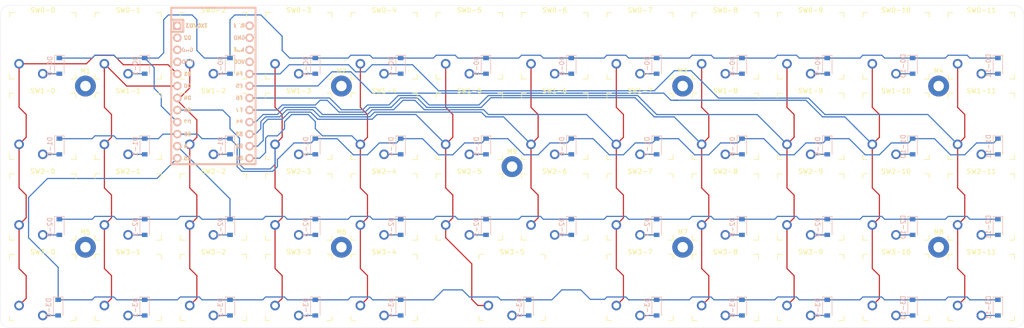
<source format=kicad_pcb>
(kicad_pcb (version 20171130) (host pcbnew "(5.1.9)-1")
  (layers (0 F.Cu signal) (31 B.Cu signal) (34 B.Paste user hide) (35 F.Paste user) (36 B.SilkS user hide) (37 F.SilkS user) (38 B.Mask user hide) (39 F.Mask user hide) (44 Edge.Cuts user))
  (net 0 "")
  (net 1 "Net-(D0-0-Pad2)")
  (net 2 ROW0)
  (net 3 "Net-(D0-1-Pad2)")
  (net 4 "Net-(D0-2-Pad2)")
  (net 5 "Net-(D0-3-Pad2)")
  (net 6 "Net-(D0-4-Pad2)")
  (net 7 "Net-(D0-5-Pad2)")
  (net 8 "Net-(D0-6-Pad2)")
  (net 9 "Net-(D0-7-Pad2)")
  (net 10 "Net-(D0-8-Pad2)")
  (net 11 "Net-(D0-9-Pad2)")
  (net 12 "Net-(D0-10-Pad2)")
  (net 13 "Net-(D0-11-Pad2)")
  (net 14 "Net-(D1-0-Pad2)")
  (net 15 ROW1)
  (net 16 "Net-(D1-1-Pad2)")
  (net 17 "Net-(D1-2-Pad2)")
  (net 18 "Net-(D1-3-Pad2)")
  (net 19 "Net-(D1-4-Pad2)")
  (net 20 "Net-(D1-5-Pad2)")
  (net 21 "Net-(D1-6-Pad2)")
  (net 22 "Net-(D1-7-Pad2)")
  (net 23 "Net-(D1-8-Pad2)")
  (net 24 "Net-(D1-9-Pad2)")
  (net 25 "Net-(D1-10-Pad2)")
  (net 26 "Net-(D1-11-Pad2)")
  (net 27 "Net-(D2-0-Pad2)")
  (net 28 ROW2)
  (net 29 "Net-(D2-1-Pad2)")
  (net 30 "Net-(D2-2-Pad2)")
  (net 31 "Net-(D2-3-Pad2)")
  (net 32 "Net-(D2-4-Pad2)")
  (net 33 "Net-(D2-5-Pad2)")
  (net 34 "Net-(D2-6-Pad2)")
  (net 35 "Net-(D2-7-Pad2)")
  (net 36 "Net-(D2-8-Pad2)")
  (net 37 "Net-(D2-9-Pad2)")
  (net 38 "Net-(D2-10-Pad2)")
  (net 39 "Net-(D2-11-Pad2)")
  (net 40 "Net-(D3-0-Pad2)")
  (net 41 ROW3)
  (net 42 "Net-(D3-1-Pad2)")
  (net 43 "Net-(D3-2-Pad2)")
  (net 44 "Net-(D3-3-Pad2)")
  (net 45 "Net-(D3-4-Pad2)")
  (net 46 "Net-(D3-5-Pad2)")
  (net 47 "Net-(D3-7-Pad2)")
  (net 48 "Net-(D3-8-Pad2)")
  (net 49 "Net-(D3-9-Pad2)")
  (net 50 "Net-(D3-10-Pad2)")
  (net 51 "Net-(D3-11-Pad2)")
  (net 52 COL0)
  (net 53 COL1)
  (net 54 COL2)
  (net 55 COL3)
  (net 56 COL4)
  (net 57 COL5)
  (net 58 COL6)
  (net 59 COL7)
  (net 60 COL8)
  (net 61 COL9)
  (net 62 COL10)
  (net 63 COL11)
  (net 64 "Net-(U1-Pad24)")
  (net 65 GND)
  (net 66 "Net-(U1-Pad22)")
  (net 67 +5V)
  (net 68 "Net-(U1-Pad4)")
  (net 69 "Net-(U1-Pad3)")
  (net 70 "Net-(U1-Pad2)")
  (net 71 "Net-(U1-Pad1)")
  (module Keyboard_Switches:SW_PG1350 (layer F.Cu) (at 132 59)
    (fp_text reference SW1-5 (at 0 -7.5) (layer F.SilkS))
    (fp_text value SW_Push)
    (pad "" np_thru_hole circle (at -5.5 0) (size 1.7018 1.7018) (drill 1.7018) (layers *.Cu *.Mask))
    (pad "" np_thru_hole circle (at 5.5 0) (size 1.7018 1.7018) (drill 1.7018) (layers *.Cu *.Mask))
    (pad "" np_thru_hole circle (at 5.22 -4.2) (size 0.9906 0.9906) (drill 0.9906) (layers *.Cu *.Mask))
    (pad 1 thru_hole circle (at 0 5.9) (size 2.032 2.032) (drill 1.27) (layers *.Cu *.Mask) (net 20 "Net-(D1-5-Pad2)"))
    (pad 2 thru_hole circle (at -5 3.8) (size 2.032 2.032) (drill 1.27) (layers *.Cu *.Mask) (net 57 COL5))
    (pad "" np_thru_hole circle (at 0 0) (size 3.429 3.429) (drill 3.429) (layers *.Cu *.Mask))
  )
  (module Keyboard_Switches:SW_PG1350 (layer F.Cu) (at 186 59)
    (fp_text reference SW1-8 (at 0 -7.5) (layer F.SilkS))
    (fp_text value SW_Push)
    (pad "" np_thru_hole circle (at -5.5 0) (size 1.7018 1.7018) (drill 1.7018) (layers *.Cu *.Mask))
    (pad "" np_thru_hole circle (at 5.5 0) (size 1.7018 1.7018) (drill 1.7018) (layers *.Cu *.Mask))
    (pad "" np_thru_hole circle (at 5.22 -4.2) (size 0.9906 0.9906) (drill 0.9906) (layers *.Cu *.Mask))
    (pad 1 thru_hole circle (at 0 5.9) (size 2.032 2.032) (drill 1.27) (layers *.Cu *.Mask) (net 23 "Net-(D1-8-Pad2)"))
    (pad 2 thru_hole circle (at -5 3.8) (size 2.032 2.032) (drill 1.27) (layers *.Cu *.Mask) (net 60 COL8))
    (pad "" np_thru_hole circle (at 0 0) (size 3.429 3.429) (drill 3.429) (layers *.Cu *.Mask))
  )
  (module Keyboard_Switches:SW_PG1350 (layer F.Cu) (at 222 76)
    (fp_text reference SW2-10 (at 0 -7.5) (layer F.SilkS))
    (fp_text value SW_Push)
    (pad "" np_thru_hole circle (at -5.5 0) (size 1.7018 1.7018) (drill 1.7018) (layers *.Cu *.Mask))
    (pad "" np_thru_hole circle (at 5.5 0) (size 1.7018 1.7018) (drill 1.7018) (layers *.Cu *.Mask))
    (pad "" np_thru_hole circle (at 5.22 -4.2) (size 0.9906 0.9906) (drill 0.9906) (layers *.Cu *.Mask))
    (pad 1 thru_hole circle (at 0 5.9) (size 2.032 2.032) (drill 1.27) (layers *.Cu *.Mask) (net 38 "Net-(D2-10-Pad2)"))
    (pad 2 thru_hole circle (at -5 3.8) (size 2.032 2.032) (drill 1.27) (layers *.Cu *.Mask) (net 62 COL10))
    (pad "" np_thru_hole circle (at 0 0) (size 3.429 3.429) (drill 3.429) (layers *.Cu *.Mask))
  )
  (module Diode_SMD:D_SOD-123 (layer B.Cu) (at 45.5 46.25 270)
    (fp_text reference D0-0 (at 0 2 90) (layer B.SilkS) (effects (justify mirror)))
    (fp_text value 1N4148)
    (pad 2 smd rect (at 1.65 0 270) (size 0.9 1.2) (layers B.Cu B.Paste B.Mask) (net 1 "Net-(D0-0-Pad2)"))
    (pad 1 smd rect (at -1.65 0 270) (size 0.9 1.2) (layers B.Cu B.Paste B.Mask) (net 2 ROW0))
  )
  (module MountingHole:MountingHole_2.2mm_M2 (layer F.Cu) (at 153.5 96.5)
    (fp_text reference N4 hide)
    (fp_text value MountingHole_2.2mm_M2)
    (pad 1 np_thru_hole circle (at 0 0) (size 2.2 2.2) (drill 2.2) (layers *.Cu *.Mask))
  )
  (module MountingHole:MountingHole_2.2mm_M2 (layer F.Cu) (at 153.5 89.5)
    (fp_text reference N2 hide)
    (fp_text value MountingHole_2.2mm_M2)
    (pad 1 np_thru_hole circle (at 0 0) (size 2.2 2.2) (drill 2.2) (layers *.Cu *.Mask))
  )
  (module MountingHole:MountingHole_2.2mm_M2 (layer F.Cu) (at 128.5 96.5)
    (fp_text reference N3 hide)
    (fp_text value MountingHole_2.2mm_M2)
    (pad 1 np_thru_hole circle (at 0 0) (size 2.2 2.2) (drill 2.2) (layers *.Cu *.Mask))
  )
  (module MountingHole:MountingHole_2.2mm_M2 (layer F.Cu) (at 128.5 89.5)
    (fp_text reference N1 hide)
    (fp_text value MountingHole_2.2mm_M2)
    (pad 1 np_thru_hole circle (at 0 0) (size 2.2 2.2) (drill 2.2) (layers *.Cu *.Mask))
  )
  (module MountingHole:MountingHole_2.2mm_M2_Pad (layer F.Cu) (at 177 84.5)
    (fp_text reference M7 (at 0 -3.2) (layer F.SilkS))
    (fp_text value MountingHole_2.2mm_M2_Pad)
    (pad 1 thru_hole circle (at 0 0) (size 4.4 4.4) (drill 2.2) (layers *.Cu *.Mask))
  )
  (module MountingHole:MountingHole_2.2mm_M2_Pad (layer F.Cu) (at 177 50.5)
    (fp_text reference M3 (at 0 -3.2) (layer F.SilkS))
    (fp_text value MountingHole_2.2mm_M2_Pad)
    (pad 1 thru_hole circle (at 0 0) (size 4.4 4.4) (drill 2.2) (layers *.Cu *.Mask))
  )
  (module MountingHole:MountingHole_2.2mm_M2_Pad (layer F.Cu) (at 105 84.5)
    (fp_text reference M6 (at 0 -3.2) (layer F.SilkS))
    (fp_text value MountingHole_2.2mm_M2_Pad)
    (pad 1 thru_hole circle (at 0 0) (size 4.4 4.4) (drill 2.2) (layers *.Cu *.Mask))
  )
  (module MountingHole:MountingHole_2.2mm_M2_Pad (layer F.Cu) (at 105 50.5)
    (fp_text reference M2 (at 0 -3.2) (layer F.SilkS))
    (fp_text value MountingHole_2.2mm_M2_Pad)
    (pad 1 thru_hole circle (at 0 0) (size 4.4 4.4) (drill 2.2) (layers *.Cu *.Mask))
  )
  (module MountingHole:MountingHole_2.2mm_M2_Pad (layer F.Cu) (at 141 67.5)
    (fp_text reference M9 (at 0 -3.2) (layer F.SilkS))
    (fp_text value MountingHole_2.2mm_M2_Pad)
    (pad 1 thru_hole circle (at 0 0) (size 4.4 4.4) (drill 2.2) (layers *.Cu *.Mask))
  )
  (module MountingHole:MountingHole_2.2mm_M2_Pad (layer F.Cu) (at 231 84.5)
    (fp_text reference M8 (at 0 -3.2) (layer F.SilkS))
    (fp_text value MountingHole_2.2mm_M2_Pad)
    (pad 1 thru_hole circle (at 0 0) (size 4.4 4.4) (drill 2.2) (layers *.Cu *.Mask))
  )
  (module MountingHole:MountingHole_2.2mm_M2_Pad (layer F.Cu) (at 231 50.5)
    (fp_text reference M4 (at 0 -3.2) (layer F.SilkS))
    (fp_text value MountingHole_2.2mm_M2_Pad)
    (pad 1 thru_hole circle (at 0 0) (size 4.4 4.4) (drill 2.2) (layers *.Cu *.Mask))
  )
  (module MountingHole:MountingHole_2.2mm_M2_Pad (layer F.Cu) (at 51 84.5)
    (fp_text reference M5 (at 0 -3.2) (layer F.SilkS))
    (fp_text value MountingHole_2.2mm_M2_Pad)
    (pad 1 thru_hole circle (at 0 0) (size 4.4 4.4) (drill 2.2) (layers *.Cu *.Mask))
  )
  (module MountingHole:MountingHole_2.2mm_M2_Pad (layer F.Cu) (at 51 50.5)
    (fp_text reference M1 (at 0 -3.2) (layer F.SilkS))
    (fp_text value MountingHole_2.2mm_M2_Pad)
    (pad 1 thru_hole circle (at 0 0) (size 4.4 4.4) (drill 2.2) (layers *.Cu *.Mask))
  )
  (module Keyboard_Components:ArduinoProMicro (layer F.Cu) (at 78 51.75 270)
    (fp_text reference U1 hide)
    (fp_text value ProMicro hide)
    (fp_text user ST (at -8.91 -5.04) (layer B.SilkS) (effects (font (size 0.8 0.8)) (justify mirror)))
    (fp_text user TX0/D3 (at -13.97 3.571872) (layer F.SilkS) (effects (font (size 0.8 0.8))))
    (fp_text user TX0/D3 (at -13.97 3.571872) (layer B.SilkS) (effects (font (size 0.8 0.8)) (justify mirror)))
    (fp_text user D2 (at -11.43 5.461) (layer F.SilkS) (effects (font (size 0.8 0.8))))
    (fp_text user D0 (at -1.27 5.461) (layer F.SilkS) (effects (font (size 0.8 0.8))))
    (fp_text user D1 (at -3.81 5.461) (layer F.SilkS) (effects (font (size 0.8 0.8))))
    (fp_text user GND (at -6.35 5.461) (layer F.SilkS) (effects (font (size 0.8 0.8))))
    (fp_text user GND (at -8.89 5.461) (layer F.SilkS) (effects (font (size 0.8 0.8))))
    (fp_text user D4 (at 1.27 5.461) (layer F.SilkS) (effects (font (size 0.8 0.8))))
    (fp_text user C6 (at 3.81 5.461) (layer F.SilkS) (effects (font (size 0.8 0.8))))
    (fp_text user D7 (at 6.35 5.461) (layer F.SilkS) (effects (font (size 0.8 0.8))))
    (fp_text user E6 (at 8.89 5.461) (layer F.SilkS) (effects (font (size 0.8 0.8))))
    (fp_text user B4 (at 11.43 5.461) (layer F.SilkS) (effects (font (size 0.8 0.8))))
    (fp_text user B5 (at 13.97 5.461) (layer F.SilkS) (effects (font (size 0.8 0.8))))
    (fp_text user B6 (at 13.97 -5.461) (layer F.SilkS) (effects (font (size 0.8 0.8))))
    (fp_text user B2 (at 11.43 -5.461) (layer B.SilkS) (effects (font (size 0.8 0.8)) (justify mirror)))
    (fp_text user B3 (at 8.89 -5.461) (layer F.SilkS) (effects (font (size 0.8 0.8))))
    (fp_text user B1 (at 6.35 -5.461) (layer F.SilkS) (effects (font (size 0.8 0.8))))
    (fp_text user F7 (at 3.81 -5.461) (layer B.SilkS) (effects (font (size 0.8 0.8)) (justify mirror)))
    (fp_text user F6 (at 1.27 -5.461) (layer B.SilkS) (effects (font (size 0.8 0.8)) (justify mirror)))
    (fp_text user F5 (at -1.27 -5.461) (layer B.SilkS) (effects (font (size 0.8 0.8)) (justify mirror)))
    (fp_text user F4 (at -3.81 -5.461) (layer F.SilkS) (effects (font (size 0.8 0.8))))
    (fp_text user VCC (at -6.35 -5.461) (layer F.SilkS) (effects (font (size 0.8 0.8))))
    (fp_text user ST (at -8.92 -5.73312) (layer F.SilkS) (effects (font (size 0.8 0.8))))
    (fp_text user GND (at -11.43 -5.461) (layer F.SilkS) (effects (font (size 0.8 0.8))))
    (fp_text user RAW (at -13.97 -5.461) (layer F.SilkS) (effects (font (size 0.8 0.8))))
    (fp_text user RAW (at -13.97 -5.461) (layer B.SilkS) (effects (font (size 0.8 0.8)) (justify mirror)))
    (fp_text user GND (at -11.43 -5.461) (layer B.SilkS) (effects (font (size 0.8 0.8)) (justify mirror)))
    (fp_text user VCC (at -6.35 -5.461) (layer B.SilkS) (effects (font (size 0.8 0.8)) (justify mirror)))
    (fp_text user F4 (at -3.81 -5.461) (layer B.SilkS) (effects (font (size 0.8 0.8)) (justify mirror)))
    (fp_text user F5 (at -1.27 -5.461) (layer F.SilkS) (effects (font (size 0.8 0.8))))
    (fp_text user F6 (at 1.27 -5.461) (layer F.SilkS) (effects (font (size 0.8 0.8))))
    (fp_text user F7 (at 3.81 -5.461) (layer F.SilkS) (effects (font (size 0.8 0.8))))
    (fp_text user B1 (at 6.35 -5.461) (layer B.SilkS) (effects (font (size 0.8 0.8)) (justify mirror)))
    (fp_text user B3 (at 8.89 -5.461) (layer B.SilkS) (effects (font (size 0.8 0.8)) (justify mirror)))
    (fp_text user B2 (at 11.43 -5.461) (layer F.SilkS) (effects (font (size 0.8 0.8))))
    (fp_text user B6 (at 13.97 -5.461) (layer B.SilkS) (effects (font (size 0.8 0.8)) (justify mirror)))
    (fp_text user B5 (at 13.97 5.461) (layer B.SilkS) (effects (font (size 0.8 0.8)) (justify mirror)))
    (fp_text user B4 (at 11.43 5.461) (layer B.SilkS) (effects (font (size 0.8 0.8)) (justify mirror)))
    (fp_text user E6 (at 8.89 5.461) (layer B.SilkS) (effects (font (size 0.8 0.8)) (justify mirror)))
    (fp_text user D7 (at 6.35 5.461) (layer B.SilkS) (effects (font (size 0.8 0.8)) (justify mirror)))
    (fp_text user C6 (at 3.81 5.461) (layer B.SilkS) (effects (font (size 0.8 0.8)) (justify mirror)))
    (fp_text user D4 (at 1.27 5.461) (layer B.SilkS) (effects (font (size 0.8 0.8)) (justify mirror)))
    (fp_text user GND (at -8.89 5.461) (layer B.SilkS) (effects (font (size 0.8 0.8)) (justify mirror)))
    (fp_text user GND (at -6.35 5.461) (layer B.SilkS) (effects (font (size 0.8 0.8)) (justify mirror)))
    (fp_text user D1 (at -3.81 5.461) (layer B.SilkS) (effects (font (size 0.8 0.8)) (justify mirror)))
    (fp_text user D0 (at -1.27 5.461) (layer B.SilkS) (effects (font (size 0.8 0.8)) (justify mirror)))
    (fp_text user D2 (at -11.43 5.461) (layer B.SilkS) (effects (font (size 0.8 0.8)) (justify mirror)))
    (pad 24 thru_hole circle (at -13.97 -7.62 270) (size 1.7526 1.7526) (drill 1.0922) (layers *.Cu *.SilkS *.Mask) (net 64 "Net-(U1-Pad24)"))
    (pad 12 thru_hole circle (at 13.97 7.62 270) (size 1.7526 1.7526) (drill 1.0922) (layers *.Cu *.SilkS *.Mask) (net 41 ROW3))
    (pad 23 thru_hole circle (at -11.43 -7.62 270) (size 1.7526 1.7526) (drill 1.0922) (layers *.Cu *.SilkS *.Mask) (net 65 GND))
    (pad 22 thru_hole circle (at -8.89 -7.62 270) (size 1.7526 1.7526) (drill 1.0922) (layers *.Cu *.SilkS *.Mask) (net 66 "Net-(U1-Pad22)"))
    (pad 21 thru_hole circle (at -6.35 -7.62 270) (size 1.7526 1.7526) (drill 1.0922) (layers *.Cu *.SilkS *.Mask) (net 67 +5V))
    (pad 20 thru_hole circle (at -3.81 -7.62 270) (size 1.7526 1.7526) (drill 1.0922) (layers *.Cu *.SilkS *.Mask) (net 63 COL11))
    (pad 19 thru_hole circle (at -1.27 -7.62 270) (size 1.7526 1.7526) (drill 1.0922) (layers *.Cu *.SilkS *.Mask) (net 62 COL10))
    (pad 18 thru_hole circle (at 1.27 -7.62 270) (size 1.7526 1.7526) (drill 1.0922) (layers *.Cu *.SilkS *.Mask) (net 61 COL9))
    (pad 17 thru_hole circle (at 3.81 -7.62 270) (size 1.7526 1.7526) (drill 1.0922) (layers *.Cu *.SilkS *.Mask) (net 60 COL8))
    (pad 16 thru_hole circle (at 6.35 -7.62 270) (size 1.7526 1.7526) (drill 1.0922) (layers *.Cu *.SilkS *.Mask) (net 59 COL7))
    (pad 15 thru_hole circle (at 8.89 -7.62 270) (size 1.7526 1.7526) (drill 1.0922) (layers *.Cu *.SilkS *.Mask) (net 58 COL6))
    (pad 14 thru_hole circle (at 11.43 -7.62 270) (size 1.7526 1.7526) (drill 1.0922) (layers *.Cu *.SilkS *.Mask) (net 57 COL5))
    (pad 13 thru_hole circle (at 13.97 -7.62 270) (size 1.7526 1.7526) (drill 1.0922) (layers *.Cu *.SilkS *.Mask) (net 56 COL4))
    (pad 11 thru_hole circle (at 11.43 7.62 270) (size 1.7526 1.7526) (drill 1.0922) (layers *.Cu *.SilkS *.Mask) (net 28 ROW2))
    (pad 10 thru_hole circle (at 8.89 7.62 270) (size 1.7526 1.7526) (drill 1.0922) (layers *.Cu *.SilkS *.Mask) (net 15 ROW1))
    (pad 9 thru_hole circle (at 6.35 7.62 270) (size 1.7526 1.7526) (drill 1.0922) (layers *.Cu *.SilkS *.Mask) (net 2 ROW0))
    (pad 8 thru_hole circle (at 3.81 7.62 270) (size 1.7526 1.7526) (drill 1.0922) (layers *.Cu *.SilkS *.Mask) (net 55 COL3))
    (pad 7 thru_hole circle (at 1.27 7.62 270) (size 1.7526 1.7526) (drill 1.0922) (layers *.Cu *.SilkS *.Mask) (net 54 COL2))
    (pad 6 thru_hole circle (at -1.27 7.62 270) (size 1.7526 1.7526) (drill 1.0922) (layers *.Cu *.SilkS *.Mask) (net 53 COL1))
    (pad 5 thru_hole circle (at -3.81 7.62 270) (size 1.7526 1.7526) (drill 1.0922) (layers *.Cu *.SilkS *.Mask) (net 52 COL0))
    (pad 4 thru_hole circle (at -6.35 7.62 270) (size 1.7526 1.7526) (drill 1.0922) (layers *.Cu *.SilkS *.Mask) (net 68 "Net-(U1-Pad4)"))
    (pad 3 thru_hole circle (at -8.89 7.62 270) (size 1.7526 1.7526) (drill 1.0922) (layers *.Cu *.SilkS *.Mask) (net 69 "Net-(U1-Pad3)"))
    (pad 2 thru_hole circle (at -11.43 7.62 270) (size 1.7526 1.7526) (drill 1.0922) (layers *.Cu *.SilkS *.Mask) (net 70 "Net-(U1-Pad2)"))
    (pad 1 thru_hole rect (at -13.97 7.62 270) (size 1.7526 1.7526) (drill 1.0922) (layers *.Cu *.SilkS *.Mask) (net 71 "Net-(U1-Pad1)"))
  )
  (module Keyboard_Switches:SW_PG1350 (layer F.Cu) (at 240 93)
    (fp_text reference SW3-11 (at 0 -7.5) (layer F.SilkS))
    (fp_text value SW_Push)
    (pad "" np_thru_hole circle (at -5.5 0) (size 1.7018 1.7018) (drill 1.7018) (layers *.Cu *.Mask))
    (pad "" np_thru_hole circle (at 5.5 0) (size 1.7018 1.7018) (drill 1.7018) (layers *.Cu *.Mask))
    (pad "" np_thru_hole circle (at 5.22 -4.2) (size 0.9906 0.9906) (drill 0.9906) (layers *.Cu *.Mask))
    (pad 1 thru_hole circle (at 0 5.9) (size 2.032 2.032) (drill 1.27) (layers *.Cu *.Mask) (net 51 "Net-(D3-11-Pad2)"))
    (pad 2 thru_hole circle (at -5 3.8) (size 2.032 2.032) (drill 1.27) (layers *.Cu *.Mask) (net 63 COL11))
    (pad "" np_thru_hole circle (at 0 0) (size 3.429 3.429) (drill 3.429) (layers *.Cu *.Mask))
  )
  (module Keyboard_Switches:SW_PG1350 (layer F.Cu) (at 222 93)
    (fp_text reference SW3-10 (at 0 -7.5) (layer F.SilkS))
    (fp_text value SW_Push)
    (pad "" np_thru_hole circle (at -5.5 0) (size 1.7018 1.7018) (drill 1.7018) (layers *.Cu *.Mask))
    (pad "" np_thru_hole circle (at 5.5 0) (size 1.7018 1.7018) (drill 1.7018) (layers *.Cu *.Mask))
    (pad "" np_thru_hole circle (at 5.22 -4.2) (size 0.9906 0.9906) (drill 0.9906) (layers *.Cu *.Mask))
    (pad 1 thru_hole circle (at 0 5.9) (size 2.032 2.032) (drill 1.27) (layers *.Cu *.Mask) (net 50 "Net-(D3-10-Pad2)"))
    (pad 2 thru_hole circle (at -5 3.8) (size 2.032 2.032) (drill 1.27) (layers *.Cu *.Mask) (net 62 COL10))
    (pad "" np_thru_hole circle (at 0 0) (size 3.429 3.429) (drill 3.429) (layers *.Cu *.Mask))
  )
  (module Keyboard_Switches:SW_PG1350 (layer F.Cu) (at 204 93)
    (fp_text reference SW3-9 (at 0 -7.5) (layer F.SilkS))
    (fp_text value SW_Push)
    (pad "" np_thru_hole circle (at -5.5 0) (size 1.7018 1.7018) (drill 1.7018) (layers *.Cu *.Mask))
    (pad "" np_thru_hole circle (at 5.5 0) (size 1.7018 1.7018) (drill 1.7018) (layers *.Cu *.Mask))
    (pad "" np_thru_hole circle (at 5.22 -4.2) (size 0.9906 0.9906) (drill 0.9906) (layers *.Cu *.Mask))
    (pad 1 thru_hole circle (at 0 5.9) (size 2.032 2.032) (drill 1.27) (layers *.Cu *.Mask) (net 49 "Net-(D3-9-Pad2)"))
    (pad 2 thru_hole circle (at -5 3.8) (size 2.032 2.032) (drill 1.27) (layers *.Cu *.Mask) (net 61 COL9))
    (pad "" np_thru_hole circle (at 0 0) (size 3.429 3.429) (drill 3.429) (layers *.Cu *.Mask))
  )
  (module Keyboard_Switches:SW_PG1350 (layer F.Cu) (at 186 93)
    (fp_text reference SW3-8 (at 0 -7.5) (layer F.SilkS))
    (fp_text value SW_Push)
    (pad "" np_thru_hole circle (at -5.5 0) (size 1.7018 1.7018) (drill 1.7018) (layers *.Cu *.Mask))
    (pad "" np_thru_hole circle (at 5.5 0) (size 1.7018 1.7018) (drill 1.7018) (layers *.Cu *.Mask))
    (pad "" np_thru_hole circle (at 5.22 -4.2) (size 0.9906 0.9906) (drill 0.9906) (layers *.Cu *.Mask))
    (pad 1 thru_hole circle (at 0 5.9) (size 2.032 2.032) (drill 1.27) (layers *.Cu *.Mask) (net 48 "Net-(D3-8-Pad2)"))
    (pad 2 thru_hole circle (at -5 3.8) (size 2.032 2.032) (drill 1.27) (layers *.Cu *.Mask) (net 60 COL8))
    (pad "" np_thru_hole circle (at 0 0) (size 3.429 3.429) (drill 3.429) (layers *.Cu *.Mask))
  )
  (module Keyboard_Switches:SW_PG1350 (layer F.Cu) (at 168 93)
    (fp_text reference SW3-7 (at 0 -7.5) (layer F.SilkS))
    (fp_text value SW_Push)
    (pad "" np_thru_hole circle (at -5.5 0) (size 1.7018 1.7018) (drill 1.7018) (layers *.Cu *.Mask))
    (pad "" np_thru_hole circle (at 5.5 0) (size 1.7018 1.7018) (drill 1.7018) (layers *.Cu *.Mask))
    (pad "" np_thru_hole circle (at 5.22 -4.2) (size 0.9906 0.9906) (drill 0.9906) (layers *.Cu *.Mask))
    (pad 1 thru_hole circle (at 0 5.9) (size 2.032 2.032) (drill 1.27) (layers *.Cu *.Mask) (net 47 "Net-(D3-7-Pad2)"))
    (pad 2 thru_hole circle (at -5 3.8) (size 2.032 2.032) (drill 1.27) (layers *.Cu *.Mask) (net 59 COL7))
    (pad "" np_thru_hole circle (at 0 0) (size 3.429 3.429) (drill 3.429) (layers *.Cu *.Mask))
  )
  (module Keyboard_Switches:SW_PG1350 (layer F.Cu) (at 141 93)
    (fp_text reference SW3-5 (at 0 -7.5) (layer F.SilkS))
    (fp_text value SW_Push)
    (pad "" np_thru_hole circle (at -5.5 0) (size 1.7018 1.7018) (drill 1.7018) (layers *.Cu *.Mask))
    (pad "" np_thru_hole circle (at 5.5 0) (size 1.7018 1.7018) (drill 1.7018) (layers *.Cu *.Mask))
    (pad "" np_thru_hole circle (at 5.22 -4.2) (size 0.9906 0.9906) (drill 0.9906) (layers *.Cu *.Mask))
    (pad 1 thru_hole circle (at 0 5.9) (size 2.032 2.032) (drill 1.27) (layers *.Cu *.Mask) (net 46 "Net-(D3-5-Pad2)"))
    (pad 2 thru_hole circle (at -5 3.8) (size 2.032 2.032) (drill 1.27) (layers *.Cu *.Mask) (net 57 COL5))
    (pad "" np_thru_hole circle (at 0 0) (size 3.429 3.429) (drill 3.429) (layers *.Cu *.Mask))
  )
  (module Keyboard_Switches:SW_PG1350 (layer F.Cu) (at 114 93)
    (fp_text reference SW3-4 (at 0 -7.5) (layer F.SilkS))
    (fp_text value SW_Push)
    (pad "" np_thru_hole circle (at -5.5 0) (size 1.7018 1.7018) (drill 1.7018) (layers *.Cu *.Mask))
    (pad "" np_thru_hole circle (at 5.5 0) (size 1.7018 1.7018) (drill 1.7018) (layers *.Cu *.Mask))
    (pad "" np_thru_hole circle (at 5.22 -4.2) (size 0.9906 0.9906) (drill 0.9906) (layers *.Cu *.Mask))
    (pad 1 thru_hole circle (at 0 5.9) (size 2.032 2.032) (drill 1.27) (layers *.Cu *.Mask) (net 45 "Net-(D3-4-Pad2)"))
    (pad 2 thru_hole circle (at -5 3.8) (size 2.032 2.032) (drill 1.27) (layers *.Cu *.Mask) (net 56 COL4))
    (pad "" np_thru_hole circle (at 0 0) (size 3.429 3.429) (drill 3.429) (layers *.Cu *.Mask))
  )
  (module Keyboard_Switches:SW_PG1350 (layer F.Cu) (at 96 93)
    (fp_text reference SW3-3 (at 0 -7.5) (layer F.SilkS))
    (fp_text value SW_Push)
    (pad "" np_thru_hole circle (at -5.5 0) (size 1.7018 1.7018) (drill 1.7018) (layers *.Cu *.Mask))
    (pad "" np_thru_hole circle (at 5.5 0) (size 1.7018 1.7018) (drill 1.7018) (layers *.Cu *.Mask))
    (pad "" np_thru_hole circle (at 5.22 -4.2) (size 0.9906 0.9906) (drill 0.9906) (layers *.Cu *.Mask))
    (pad 1 thru_hole circle (at 0 5.9) (size 2.032 2.032) (drill 1.27) (layers *.Cu *.Mask) (net 44 "Net-(D3-3-Pad2)"))
    (pad 2 thru_hole circle (at -5 3.8) (size 2.032 2.032) (drill 1.27) (layers *.Cu *.Mask) (net 55 COL3))
    (pad "" np_thru_hole circle (at 0 0) (size 3.429 3.429) (drill 3.429) (layers *.Cu *.Mask))
  )
  (module Keyboard_Switches:SW_PG1350 (layer F.Cu) (at 78 93)
    (fp_text reference SW3-2 (at 0 -7.5) (layer F.SilkS))
    (fp_text value SW_Push)
    (pad "" np_thru_hole circle (at -5.5 0) (size 1.7018 1.7018) (drill 1.7018) (layers *.Cu *.Mask))
    (pad "" np_thru_hole circle (at 5.5 0) (size 1.7018 1.7018) (drill 1.7018) (layers *.Cu *.Mask))
    (pad "" np_thru_hole circle (at 5.22 -4.2) (size 0.9906 0.9906) (drill 0.9906) (layers *.Cu *.Mask))
    (pad 1 thru_hole circle (at 0 5.9) (size 2.032 2.032) (drill 1.27) (layers *.Cu *.Mask) (net 43 "Net-(D3-2-Pad2)"))
    (pad 2 thru_hole circle (at -5 3.8) (size 2.032 2.032) (drill 1.27) (layers *.Cu *.Mask) (net 54 COL2))
    (pad "" np_thru_hole circle (at 0 0) (size 3.429 3.429) (drill 3.429) (layers *.Cu *.Mask))
  )
  (module Keyboard_Switches:SW_PG1350 (layer F.Cu) (at 60 93)
    (fp_text reference SW3-1 (at 0 -7.5) (layer F.SilkS))
    (fp_text value SW_Push)
    (pad "" np_thru_hole circle (at -5.5 0) (size 1.7018 1.7018) (drill 1.7018) (layers *.Cu *.Mask))
    (pad "" np_thru_hole circle (at 5.5 0) (size 1.7018 1.7018) (drill 1.7018) (layers *.Cu *.Mask))
    (pad "" np_thru_hole circle (at 5.22 -4.2) (size 0.9906 0.9906) (drill 0.9906) (layers *.Cu *.Mask))
    (pad 1 thru_hole circle (at 0 5.9) (size 2.032 2.032) (drill 1.27) (layers *.Cu *.Mask) (net 42 "Net-(D3-1-Pad2)"))
    (pad 2 thru_hole circle (at -5 3.8) (size 2.032 2.032) (drill 1.27) (layers *.Cu *.Mask) (net 53 COL1))
    (pad "" np_thru_hole circle (at 0 0) (size 3.429 3.429) (drill 3.429) (layers *.Cu *.Mask))
  )
  (module Keyboard_Switches:SW_PG1350 (layer F.Cu) (at 42 93)
    (fp_text reference SW3-0 (at 0 -7.5) (layer F.SilkS))
    (fp_text value SW_Push)
    (pad "" np_thru_hole circle (at -5.5 0) (size 1.7018 1.7018) (drill 1.7018) (layers *.Cu *.Mask))
    (pad "" np_thru_hole circle (at 5.5 0) (size 1.7018 1.7018) (drill 1.7018) (layers *.Cu *.Mask))
    (pad "" np_thru_hole circle (at 5.22 -4.2) (size 0.9906 0.9906) (drill 0.9906) (layers *.Cu *.Mask))
    (pad 1 thru_hole circle (at 0 5.9) (size 2.032 2.032) (drill 1.27) (layers *.Cu *.Mask) (net 40 "Net-(D3-0-Pad2)"))
    (pad 2 thru_hole circle (at -5 3.8) (size 2.032 2.032) (drill 1.27) (layers *.Cu *.Mask) (net 52 COL0))
    (pad "" np_thru_hole circle (at 0 0) (size 3.429 3.429) (drill 3.429) (layers *.Cu *.Mask))
  )
  (module Keyboard_Switches:SW_PG1350 (layer F.Cu) (at 240 76)
    (fp_text reference SW2-11 (at 0 -7.5) (layer F.SilkS))
    (fp_text value SW_Push)
    (pad "" np_thru_hole circle (at -5.5 0) (size 1.7018 1.7018) (drill 1.7018) (layers *.Cu *.Mask))
    (pad "" np_thru_hole circle (at 5.5 0) (size 1.7018 1.7018) (drill 1.7018) (layers *.Cu *.Mask))
    (pad "" np_thru_hole circle (at 5.22 -4.2) (size 0.9906 0.9906) (drill 0.9906) (layers *.Cu *.Mask))
    (pad 1 thru_hole circle (at 0 5.9) (size 2.032 2.032) (drill 1.27) (layers *.Cu *.Mask) (net 39 "Net-(D2-11-Pad2)"))
    (pad 2 thru_hole circle (at -5 3.8) (size 2.032 2.032) (drill 1.27) (layers *.Cu *.Mask) (net 63 COL11))
    (pad "" np_thru_hole circle (at 0 0) (size 3.429 3.429) (drill 3.429) (layers *.Cu *.Mask))
  )
  (module Keyboard_Switches:SW_PG1350 (layer F.Cu) (at 204 76)
    (fp_text reference SW2-9 (at 0 -7.5) (layer F.SilkS))
    (fp_text value SW_Push)
    (pad "" np_thru_hole circle (at -5.5 0) (size 1.7018 1.7018) (drill 1.7018) (layers *.Cu *.Mask))
    (pad "" np_thru_hole circle (at 5.5 0) (size 1.7018 1.7018) (drill 1.7018) (layers *.Cu *.Mask))
    (pad "" np_thru_hole circle (at 5.22 -4.2) (size 0.9906 0.9906) (drill 0.9906) (layers *.Cu *.Mask))
    (pad 1 thru_hole circle (at 0 5.9) (size 2.032 2.032) (drill 1.27) (layers *.Cu *.Mask) (net 37 "Net-(D2-9-Pad2)"))
    (pad 2 thru_hole circle (at -5 3.8) (size 2.032 2.032) (drill 1.27) (layers *.Cu *.Mask) (net 61 COL9))
    (pad "" np_thru_hole circle (at 0 0) (size 3.429 3.429) (drill 3.429) (layers *.Cu *.Mask))
  )
  (module Keyboard_Switches:SW_PG1350 (layer F.Cu) (at 186 76)
    (fp_text reference SW2-8 (at 0 -7.5) (layer F.SilkS))
    (fp_text value SW_Push)
    (pad "" np_thru_hole circle (at -5.5 0) (size 1.7018 1.7018) (drill 1.7018) (layers *.Cu *.Mask))
    (pad "" np_thru_hole circle (at 5.5 0) (size 1.7018 1.7018) (drill 1.7018) (layers *.Cu *.Mask))
    (pad "" np_thru_hole circle (at 5.22 -4.2) (size 0.9906 0.9906) (drill 0.9906) (layers *.Cu *.Mask))
    (pad 1 thru_hole circle (at 0 5.9) (size 2.032 2.032) (drill 1.27) (layers *.Cu *.Mask) (net 36 "Net-(D2-8-Pad2)"))
    (pad 2 thru_hole circle (at -5 3.8) (size 2.032 2.032) (drill 1.27) (layers *.Cu *.Mask) (net 60 COL8))
    (pad "" np_thru_hole circle (at 0 0) (size 3.429 3.429) (drill 3.429) (layers *.Cu *.Mask))
  )
  (module Keyboard_Switches:SW_PG1350 (layer F.Cu) (at 168 76)
    (fp_text reference SW2-7 (at 0 -7.5) (layer F.SilkS))
    (fp_text value SW_Push)
    (pad "" np_thru_hole circle (at -5.5 0) (size 1.7018 1.7018) (drill 1.7018) (layers *.Cu *.Mask))
    (pad "" np_thru_hole circle (at 5.5 0) (size 1.7018 1.7018) (drill 1.7018) (layers *.Cu *.Mask))
    (pad "" np_thru_hole circle (at 5.22 -4.2) (size 0.9906 0.9906) (drill 0.9906) (layers *.Cu *.Mask))
    (pad 1 thru_hole circle (at 0 5.9) (size 2.032 2.032) (drill 1.27) (layers *.Cu *.Mask) (net 35 "Net-(D2-7-Pad2)"))
    (pad 2 thru_hole circle (at -5 3.8) (size 2.032 2.032) (drill 1.27) (layers *.Cu *.Mask) (net 59 COL7))
    (pad "" np_thru_hole circle (at 0 0) (size 3.429 3.429) (drill 3.429) (layers *.Cu *.Mask))
  )
  (module Keyboard_Switches:SW_PG1350 (layer F.Cu) (at 150 76)
    (fp_text reference SW2-6 (at 0 -7.5) (layer F.SilkS))
    (fp_text value SW_Push)
    (pad "" np_thru_hole circle (at -5.5 0) (size 1.7018 1.7018) (drill 1.7018) (layers *.Cu *.Mask))
    (pad "" np_thru_hole circle (at 5.5 0) (size 1.7018 1.7018) (drill 1.7018) (layers *.Cu *.Mask))
    (pad "" np_thru_hole circle (at 5.22 -4.2) (size 0.9906 0.9906) (drill 0.9906) (layers *.Cu *.Mask))
    (pad 1 thru_hole circle (at 0 5.9) (size 2.032 2.032) (drill 1.27) (layers *.Cu *.Mask) (net 34 "Net-(D2-6-Pad2)"))
    (pad 2 thru_hole circle (at -5 3.8) (size 2.032 2.032) (drill 1.27) (layers *.Cu *.Mask) (net 58 COL6))
    (pad "" np_thru_hole circle (at 0 0) (size 3.429 3.429) (drill 3.429) (layers *.Cu *.Mask))
  )
  (module Keyboard_Switches:SW_PG1350 (layer F.Cu) (at 132 76)
    (fp_text reference SW2-5 (at 0 -7.5) (layer F.SilkS))
    (fp_text value SW_Push)
    (pad "" np_thru_hole circle (at -5.5 0) (size 1.7018 1.7018) (drill 1.7018) (layers *.Cu *.Mask))
    (pad "" np_thru_hole circle (at 5.5 0) (size 1.7018 1.7018) (drill 1.7018) (layers *.Cu *.Mask))
    (pad "" np_thru_hole circle (at 5.22 -4.2) (size 0.9906 0.9906) (drill 0.9906) (layers *.Cu *.Mask))
    (pad 1 thru_hole circle (at 0 5.9) (size 2.032 2.032) (drill 1.27) (layers *.Cu *.Mask) (net 33 "Net-(D2-5-Pad2)"))
    (pad 2 thru_hole circle (at -5 3.8) (size 2.032 2.032) (drill 1.27) (layers *.Cu *.Mask) (net 57 COL5))
    (pad "" np_thru_hole circle (at 0 0) (size 3.429 3.429) (drill 3.429) (layers *.Cu *.Mask))
  )
  (module Keyboard_Switches:SW_PG1350 (layer F.Cu) (at 114 76)
    (fp_text reference SW2-4 (at 0 -7.5) (layer F.SilkS))
    (fp_text value SW_Push)
    (pad "" np_thru_hole circle (at -5.5 0) (size 1.7018 1.7018) (drill 1.7018) (layers *.Cu *.Mask))
    (pad "" np_thru_hole circle (at 5.5 0) (size 1.7018 1.7018) (drill 1.7018) (layers *.Cu *.Mask))
    (pad "" np_thru_hole circle (at 5.22 -4.2) (size 0.9906 0.9906) (drill 0.9906) (layers *.Cu *.Mask))
    (pad 1 thru_hole circle (at 0 5.9) (size 2.032 2.032) (drill 1.27) (layers *.Cu *.Mask) (net 32 "Net-(D2-4-Pad2)"))
    (pad 2 thru_hole circle (at -5 3.8) (size 2.032 2.032) (drill 1.27) (layers *.Cu *.Mask) (net 56 COL4))
    (pad "" np_thru_hole circle (at 0 0) (size 3.429 3.429) (drill 3.429) (layers *.Cu *.Mask))
  )
  (module Keyboard_Switches:SW_PG1350 (layer F.Cu) (at 96 76)
    (fp_text reference SW2-3 (at 0 -7.5) (layer F.SilkS))
    (fp_text value SW_Push)
    (pad "" np_thru_hole circle (at -5.5 0) (size 1.7018 1.7018) (drill 1.7018) (layers *.Cu *.Mask))
    (pad "" np_thru_hole circle (at 5.5 0) (size 1.7018 1.7018) (drill 1.7018) (layers *.Cu *.Mask))
    (pad "" np_thru_hole circle (at 5.22 -4.2) (size 0.9906 0.9906) (drill 0.9906) (layers *.Cu *.Mask))
    (pad 1 thru_hole circle (at 0 5.9) (size 2.032 2.032) (drill 1.27) (layers *.Cu *.Mask) (net 31 "Net-(D2-3-Pad2)"))
    (pad 2 thru_hole circle (at -5 3.8) (size 2.032 2.032) (drill 1.27) (layers *.Cu *.Mask) (net 55 COL3))
    (pad "" np_thru_hole circle (at 0 0) (size 3.429 3.429) (drill 3.429) (layers *.Cu *.Mask))
  )
  (module Keyboard_Switches:SW_PG1350 (layer F.Cu) (at 78 76)
    (fp_text reference SW2-2 (at 0 -7.5) (layer F.SilkS))
    (fp_text value SW_Push)
    (pad "" np_thru_hole circle (at -5.5 0) (size 1.7018 1.7018) (drill 1.7018) (layers *.Cu *.Mask))
    (pad "" np_thru_hole circle (at 5.5 0) (size 1.7018 1.7018) (drill 1.7018) (layers *.Cu *.Mask))
    (pad "" np_thru_hole circle (at 5.22 -4.2) (size 0.9906 0.9906) (drill 0.9906) (layers *.Cu *.Mask))
    (pad 1 thru_hole circle (at 0 5.9) (size 2.032 2.032) (drill 1.27) (layers *.Cu *.Mask) (net 30 "Net-(D2-2-Pad2)"))
    (pad 2 thru_hole circle (at -5 3.8) (size 2.032 2.032) (drill 1.27) (layers *.Cu *.Mask) (net 54 COL2))
    (pad "" np_thru_hole circle (at 0 0) (size 3.429 3.429) (drill 3.429) (layers *.Cu *.Mask))
  )
  (module Keyboard_Switches:SW_PG1350 (layer F.Cu) (at 60 76)
    (fp_text reference SW2-1 (at 0 -7.5) (layer F.SilkS))
    (fp_text value SW_Push)
    (pad "" np_thru_hole circle (at -5.5 0) (size 1.7018 1.7018) (drill 1.7018) (layers *.Cu *.Mask))
    (pad "" np_thru_hole circle (at 5.5 0) (size 1.7018 1.7018) (drill 1.7018) (layers *.Cu *.Mask))
    (pad "" np_thru_hole circle (at 5.22 -4.2) (size 0.9906 0.9906) (drill 0.9906) (layers *.Cu *.Mask))
    (pad 1 thru_hole circle (at 0 5.9) (size 2.032 2.032) (drill 1.27) (layers *.Cu *.Mask) (net 29 "Net-(D2-1-Pad2)"))
    (pad 2 thru_hole circle (at -5 3.8) (size 2.032 2.032) (drill 1.27) (layers *.Cu *.Mask) (net 53 COL1))
    (pad "" np_thru_hole circle (at 0 0) (size 3.429 3.429) (drill 3.429) (layers *.Cu *.Mask))
  )
  (module Keyboard_Switches:SW_PG1350 (layer F.Cu) (at 42 76)
    (fp_text reference SW2-0 (at 0 -7.5) (layer F.SilkS))
    (fp_text value SW_Push)
    (pad "" np_thru_hole circle (at -5.5 0) (size 1.7018 1.7018) (drill 1.7018) (layers *.Cu *.Mask))
    (pad "" np_thru_hole circle (at 5.5 0) (size 1.7018 1.7018) (drill 1.7018) (layers *.Cu *.Mask))
    (pad "" np_thru_hole circle (at 5.22 -4.2) (size 0.9906 0.9906) (drill 0.9906) (layers *.Cu *.Mask))
    (pad 1 thru_hole circle (at 0 5.9) (size 2.032 2.032) (drill 1.27) (layers *.Cu *.Mask) (net 27 "Net-(D2-0-Pad2)"))
    (pad 2 thru_hole circle (at -5 3.8) (size 2.032 2.032) (drill 1.27) (layers *.Cu *.Mask) (net 52 COL0))
    (pad "" np_thru_hole circle (at 0 0) (size 3.429 3.429) (drill 3.429) (layers *.Cu *.Mask))
  )
  (module Keyboard_Switches:SW_PG1350 (layer F.Cu) (at 240 59)
    (fp_text reference SW1-11 (at 0 -7.5) (layer F.SilkS))
    (fp_text value SW_Push)
    (pad "" np_thru_hole circle (at -5.5 0) (size 1.7018 1.7018) (drill 1.7018) (layers *.Cu *.Mask))
    (pad "" np_thru_hole circle (at 5.5 0) (size 1.7018 1.7018) (drill 1.7018) (layers *.Cu *.Mask))
    (pad "" np_thru_hole circle (at 5.22 -4.2) (size 0.9906 0.9906) (drill 0.9906) (layers *.Cu *.Mask))
    (pad 1 thru_hole circle (at 0 5.9) (size 2.032 2.032) (drill 1.27) (layers *.Cu *.Mask) (net 26 "Net-(D1-11-Pad2)"))
    (pad 2 thru_hole circle (at -5 3.8) (size 2.032 2.032) (drill 1.27) (layers *.Cu *.Mask) (net 63 COL11))
    (pad "" np_thru_hole circle (at 0 0) (size 3.429 3.429) (drill 3.429) (layers *.Cu *.Mask))
  )
  (module Keyboard_Switches:SW_PG1350 (layer F.Cu) (at 222 59)
    (fp_text reference SW1-10 (at 0 -7.5) (layer F.SilkS))
    (fp_text value SW_Push)
    (pad "" np_thru_hole circle (at -5.5 0) (size 1.7018 1.7018) (drill 1.7018) (layers *.Cu *.Mask))
    (pad "" np_thru_hole circle (at 5.5 0) (size 1.7018 1.7018) (drill 1.7018) (layers *.Cu *.Mask))
    (pad "" np_thru_hole circle (at 5.22 -4.2) (size 0.9906 0.9906) (drill 0.9906) (layers *.Cu *.Mask))
    (pad 1 thru_hole circle (at 0 5.9) (size 2.032 2.032) (drill 1.27) (layers *.Cu *.Mask) (net 25 "Net-(D1-10-Pad2)"))
    (pad 2 thru_hole circle (at -5 3.8) (size 2.032 2.032) (drill 1.27) (layers *.Cu *.Mask) (net 62 COL10))
    (pad "" np_thru_hole circle (at 0 0) (size 3.429 3.429) (drill 3.429) (layers *.Cu *.Mask))
  )
  (module Keyboard_Switches:SW_PG1350 (layer F.Cu) (at 204 59)
    (fp_text reference SW1-9 (at 0 -7.5) (layer F.SilkS))
    (fp_text value SW_Push)
    (pad "" np_thru_hole circle (at -5.5 0) (size 1.7018 1.7018) (drill 1.7018) (layers *.Cu *.Mask))
    (pad "" np_thru_hole circle (at 5.5 0) (size 1.7018 1.7018) (drill 1.7018) (layers *.Cu *.Mask))
    (pad "" np_thru_hole circle (at 5.22 -4.2) (size 0.9906 0.9906) (drill 0.9906) (layers *.Cu *.Mask))
    (pad 1 thru_hole circle (at 0 5.9) (size 2.032 2.032) (drill 1.27) (layers *.Cu *.Mask) (net 24 "Net-(D1-9-Pad2)"))
    (pad 2 thru_hole circle (at -5 3.8) (size 2.032 2.032) (drill 1.27) (layers *.Cu *.Mask) (net 61 COL9))
    (pad "" np_thru_hole circle (at 0 0) (size 3.429 3.429) (drill 3.429) (layers *.Cu *.Mask))
  )
  (module Keyboard_Switches:SW_PG1350 (layer F.Cu) (at 168 59)
    (fp_text reference SW1-7 (at 0 -7.5) (layer F.SilkS))
    (fp_text value SW_Push)
    (pad "" np_thru_hole circle (at -5.5 0) (size 1.7018 1.7018) (drill 1.7018) (layers *.Cu *.Mask))
    (pad "" np_thru_hole circle (at 5.5 0) (size 1.7018 1.7018) (drill 1.7018) (layers *.Cu *.Mask))
    (pad "" np_thru_hole circle (at 5.22 -4.2) (size 0.9906 0.9906) (drill 0.9906) (layers *.Cu *.Mask))
    (pad 1 thru_hole circle (at 0 5.9) (size 2.032 2.032) (drill 1.27) (layers *.Cu *.Mask) (net 22 "Net-(D1-7-Pad2)"))
    (pad 2 thru_hole circle (at -5 3.8) (size 2.032 2.032) (drill 1.27) (layers *.Cu *.Mask) (net 59 COL7))
    (pad "" np_thru_hole circle (at 0 0) (size 3.429 3.429) (drill 3.429) (layers *.Cu *.Mask))
  )
  (module Keyboard_Switches:SW_PG1350 (layer F.Cu) (at 150 59)
    (fp_text reference SW1-6 (at 0 -7.5) (layer F.SilkS))
    (fp_text value SW_Push)
    (pad "" np_thru_hole circle (at -5.5 0) (size 1.7018 1.7018) (drill 1.7018) (layers *.Cu *.Mask))
    (pad "" np_thru_hole circle (at 5.5 0) (size 1.7018 1.7018) (drill 1.7018) (layers *.Cu *.Mask))
    (pad "" np_thru_hole circle (at 5.22 -4.2) (size 0.9906 0.9906) (drill 0.9906) (layers *.Cu *.Mask))
    (pad 1 thru_hole circle (at 0 5.9) (size 2.032 2.032) (drill 1.27) (layers *.Cu *.Mask) (net 21 "Net-(D1-6-Pad2)"))
    (pad 2 thru_hole circle (at -5 3.8) (size 2.032 2.032) (drill 1.27) (layers *.Cu *.Mask) (net 58 COL6))
    (pad "" np_thru_hole circle (at 0 0) (size 3.429 3.429) (drill 3.429) (layers *.Cu *.Mask))
  )
  (module Keyboard_Switches:SW_PG1350 (layer F.Cu) (at 114 59)
    (fp_text reference SW1-4 (at 0 -7.5) (layer F.SilkS))
    (fp_text value SW_Push)
    (pad "" np_thru_hole circle (at -5.5 0) (size 1.7018 1.7018) (drill 1.7018) (layers *.Cu *.Mask))
    (pad "" np_thru_hole circle (at 5.5 0) (size 1.7018 1.7018) (drill 1.7018) (layers *.Cu *.Mask))
    (pad "" np_thru_hole circle (at 5.22 -4.2) (size 0.9906 0.9906) (drill 0.9906) (layers *.Cu *.Mask))
    (pad 1 thru_hole circle (at 0 5.9) (size 2.032 2.032) (drill 1.27) (layers *.Cu *.Mask) (net 19 "Net-(D1-4-Pad2)"))
    (pad 2 thru_hole circle (at -5 3.8) (size 2.032 2.032) (drill 1.27) (layers *.Cu *.Mask) (net 56 COL4))
    (pad "" np_thru_hole circle (at 0 0) (size 3.429 3.429) (drill 3.429) (layers *.Cu *.Mask))
  )
  (module Keyboard_Switches:SW_PG1350 (layer F.Cu) (at 96 59)
    (fp_text reference SW1-3 (at 0 -7.5) (layer F.SilkS))
    (fp_text value SW_Push)
    (pad "" np_thru_hole circle (at -5.5 0) (size 1.7018 1.7018) (drill 1.7018) (layers *.Cu *.Mask))
    (pad "" np_thru_hole circle (at 5.5 0) (size 1.7018 1.7018) (drill 1.7018) (layers *.Cu *.Mask))
    (pad "" np_thru_hole circle (at 5.22 -4.2) (size 0.9906 0.9906) (drill 0.9906) (layers *.Cu *.Mask))
    (pad 1 thru_hole circle (at 0 5.9) (size 2.032 2.032) (drill 1.27) (layers *.Cu *.Mask) (net 18 "Net-(D1-3-Pad2)"))
    (pad 2 thru_hole circle (at -5 3.8) (size 2.032 2.032) (drill 1.27) (layers *.Cu *.Mask) (net 55 COL3))
    (pad "" np_thru_hole circle (at 0 0) (size 3.429 3.429) (drill 3.429) (layers *.Cu *.Mask))
  )
  (module Keyboard_Switches:SW_PG1350 (layer F.Cu) (at 78 59)
    (fp_text reference SW1-2 (at 0 -7.5) (layer F.SilkS))
    (fp_text value SW_Push)
    (pad "" np_thru_hole circle (at -5.5 0) (size 1.7018 1.7018) (drill 1.7018) (layers *.Cu *.Mask))
    (pad "" np_thru_hole circle (at 5.5 0) (size 1.7018 1.7018) (drill 1.7018) (layers *.Cu *.Mask))
    (pad "" np_thru_hole circle (at 5.22 -4.2) (size 0.9906 0.9906) (drill 0.9906) (layers *.Cu *.Mask))
    (pad 1 thru_hole circle (at 0 5.9) (size 2.032 2.032) (drill 1.27) (layers *.Cu *.Mask) (net 17 "Net-(D1-2-Pad2)"))
    (pad 2 thru_hole circle (at -5 3.8) (size 2.032 2.032) (drill 1.27) (layers *.Cu *.Mask) (net 54 COL2))
    (pad "" np_thru_hole circle (at 0 0) (size 3.429 3.429) (drill 3.429) (layers *.Cu *.Mask))
  )
  (module Keyboard_Switches:SW_PG1350 (layer F.Cu) (at 60 59)
    (fp_text reference SW1-1 (at 0 -7.5) (layer F.SilkS))
    (fp_text value SW_Push)
    (pad "" np_thru_hole circle (at -5.5 0) (size 1.7018 1.7018) (drill 1.7018) (layers *.Cu *.Mask))
    (pad "" np_thru_hole circle (at 5.5 0) (size 1.7018 1.7018) (drill 1.7018) (layers *.Cu *.Mask))
    (pad "" np_thru_hole circle (at 5.22 -4.2) (size 0.9906 0.9906) (drill 0.9906) (layers *.Cu *.Mask))
    (pad 1 thru_hole circle (at 0 5.9) (size 2.032 2.032) (drill 1.27) (layers *.Cu *.Mask) (net 16 "Net-(D1-1-Pad2)"))
    (pad 2 thru_hole circle (at -5 3.8) (size 2.032 2.032) (drill 1.27) (layers *.Cu *.Mask) (net 53 COL1))
    (pad "" np_thru_hole circle (at 0 0) (size 3.429 3.429) (drill 3.429) (layers *.Cu *.Mask))
  )
  (module Keyboard_Switches:SW_PG1350 (layer F.Cu) (at 42 59)
    (fp_text reference SW1-0 (at 0 -7.5) (layer F.SilkS))
    (fp_text value SW_Push)
    (pad "" np_thru_hole circle (at -5.5 0) (size 1.7018 1.7018) (drill 1.7018) (layers *.Cu *.Mask))
    (pad "" np_thru_hole circle (at 5.5 0) (size 1.7018 1.7018) (drill 1.7018) (layers *.Cu *.Mask))
    (pad "" np_thru_hole circle (at 5.22 -4.2) (size 0.9906 0.9906) (drill 0.9906) (layers *.Cu *.Mask))
    (pad 1 thru_hole circle (at 0 5.9) (size 2.032 2.032) (drill 1.27) (layers *.Cu *.Mask) (net 14 "Net-(D1-0-Pad2)"))
    (pad 2 thru_hole circle (at -5 3.8) (size 2.032 2.032) (drill 1.27) (layers *.Cu *.Mask) (net 52 COL0))
    (pad "" np_thru_hole circle (at 0 0) (size 3.429 3.429) (drill 3.429) (layers *.Cu *.Mask))
  )
  (module Keyboard_Switches:SW_PG1350 (layer F.Cu) (at 240 42)
    (fp_text reference SW0-11 (at 0 -7.5) (layer F.SilkS))
    (fp_text value SW_Push)
    (pad "" np_thru_hole circle (at -5.5 0) (size 1.7018 1.7018) (drill 1.7018) (layers *.Cu *.Mask))
    (pad "" np_thru_hole circle (at 5.5 0) (size 1.7018 1.7018) (drill 1.7018) (layers *.Cu *.Mask))
    (pad "" np_thru_hole circle (at 5.22 -4.2) (size 0.9906 0.9906) (drill 0.9906) (layers *.Cu *.Mask))
    (pad 1 thru_hole circle (at 0 5.9) (size 2.032 2.032) (drill 1.27) (layers *.Cu *.Mask) (net 13 "Net-(D0-11-Pad2)"))
    (pad 2 thru_hole circle (at -5 3.8) (size 2.032 2.032) (drill 1.27) (layers *.Cu *.Mask) (net 63 COL11))
    (pad "" np_thru_hole circle (at 0 0) (size 3.429 3.429) (drill 3.429) (layers *.Cu *.Mask))
  )
  (module Keyboard_Switches:SW_PG1350 (layer F.Cu) (at 222 42)
    (fp_text reference SW0-10 (at 0 -7.5) (layer F.SilkS))
    (fp_text value SW_Push)
    (pad "" np_thru_hole circle (at -5.5 0) (size 1.7018 1.7018) (drill 1.7018) (layers *.Cu *.Mask))
    (pad "" np_thru_hole circle (at 5.5 0) (size 1.7018 1.7018) (drill 1.7018) (layers *.Cu *.Mask))
    (pad "" np_thru_hole circle (at 5.22 -4.2) (size 0.9906 0.9906) (drill 0.9906) (layers *.Cu *.Mask))
    (pad 1 thru_hole circle (at 0 5.9) (size 2.032 2.032) (drill 1.27) (layers *.Cu *.Mask) (net 12 "Net-(D0-10-Pad2)"))
    (pad 2 thru_hole circle (at -5 3.8) (size 2.032 2.032) (drill 1.27) (layers *.Cu *.Mask) (net 62 COL10))
    (pad "" np_thru_hole circle (at 0 0) (size 3.429 3.429) (drill 3.429) (layers *.Cu *.Mask))
  )
  (module Keyboard_Switches:SW_PG1350 (layer F.Cu) (at 204 42)
    (fp_text reference SW0-9 (at 0 -7.5) (layer F.SilkS))
    (fp_text value SW_Push)
    (pad "" np_thru_hole circle (at -5.5 0) (size 1.7018 1.7018) (drill 1.7018) (layers *.Cu *.Mask))
    (pad "" np_thru_hole circle (at 5.5 0) (size 1.7018 1.7018) (drill 1.7018) (layers *.Cu *.Mask))
    (pad "" np_thru_hole circle (at 5.22 -4.2) (size 0.9906 0.9906) (drill 0.9906) (layers *.Cu *.Mask))
    (pad 1 thru_hole circle (at 0 5.9) (size 2.032 2.032) (drill 1.27) (layers *.Cu *.Mask) (net 11 "Net-(D0-9-Pad2)"))
    (pad 2 thru_hole circle (at -5 3.8) (size 2.032 2.032) (drill 1.27) (layers *.Cu *.Mask) (net 61 COL9))
    (pad "" np_thru_hole circle (at 0 0) (size 3.429 3.429) (drill 3.429) (layers *.Cu *.Mask))
  )
  (module Keyboard_Switches:SW_PG1350 (layer F.Cu) (at 186 42)
    (fp_text reference SW0-8 (at 0 -7.5) (layer F.SilkS))
    (fp_text value SW_Push)
    (pad "" np_thru_hole circle (at -5.5 0) (size 1.7018 1.7018) (drill 1.7018) (layers *.Cu *.Mask))
    (pad "" np_thru_hole circle (at 5.5 0) (size 1.7018 1.7018) (drill 1.7018) (layers *.Cu *.Mask))
    (pad "" np_thru_hole circle (at 5.22 -4.2) (size 0.9906 0.9906) (drill 0.9906) (layers *.Cu *.Mask))
    (pad 1 thru_hole circle (at 0 5.9) (size 2.032 2.032) (drill 1.27) (layers *.Cu *.Mask) (net 10 "Net-(D0-8-Pad2)"))
    (pad 2 thru_hole circle (at -5 3.8) (size 2.032 2.032) (drill 1.27) (layers *.Cu *.Mask) (net 60 COL8))
    (pad "" np_thru_hole circle (at 0 0) (size 3.429 3.429) (drill 3.429) (layers *.Cu *.Mask))
  )
  (module Keyboard_Switches:SW_PG1350 (layer F.Cu) (at 168 42)
    (fp_text reference SW0-7 (at 0 -7.5) (layer F.SilkS))
    (fp_text value SW_Push)
    (pad "" np_thru_hole circle (at -5.5 0) (size 1.7018 1.7018) (drill 1.7018) (layers *.Cu *.Mask))
    (pad "" np_thru_hole circle (at 5.5 0) (size 1.7018 1.7018) (drill 1.7018) (layers *.Cu *.Mask))
    (pad "" np_thru_hole circle (at 5.22 -4.2) (size 0.9906 0.9906) (drill 0.9906) (layers *.Cu *.Mask))
    (pad 1 thru_hole circle (at 0 5.9) (size 2.032 2.032) (drill 1.27) (layers *.Cu *.Mask) (net 9 "Net-(D0-7-Pad2)"))
    (pad 2 thru_hole circle (at -5 3.8) (size 2.032 2.032) (drill 1.27) (layers *.Cu *.Mask) (net 59 COL7))
    (pad "" np_thru_hole circle (at 0 0) (size 3.429 3.429) (drill 3.429) (layers *.Cu *.Mask))
  )
  (module Keyboard_Switches:SW_PG1350 (layer F.Cu) (at 150 42)
    (fp_text reference SW0-6 (at 0 -7.5) (layer F.SilkS))
    (fp_text value SW_Push)
    (pad "" np_thru_hole circle (at -5.5 0) (size 1.7018 1.7018) (drill 1.7018) (layers *.Cu *.Mask))
    (pad "" np_thru_hole circle (at 5.5 0) (size 1.7018 1.7018) (drill 1.7018) (layers *.Cu *.Mask))
    (pad "" np_thru_hole circle (at 5.22 -4.2) (size 0.9906 0.9906) (drill 0.9906) (layers *.Cu *.Mask))
    (pad 1 thru_hole circle (at 0 5.9) (size 2.032 2.032) (drill 1.27) (layers *.Cu *.Mask) (net 8 "Net-(D0-6-Pad2)"))
    (pad 2 thru_hole circle (at -5 3.8) (size 2.032 2.032) (drill 1.27) (layers *.Cu *.Mask) (net 58 COL6))
    (pad "" np_thru_hole circle (at 0 0) (size 3.429 3.429) (drill 3.429) (layers *.Cu *.Mask))
  )
  (module Keyboard_Switches:SW_PG1350 (layer F.Cu) (at 132 42)
    (fp_text reference SW0-5 (at 0 -7.5) (layer F.SilkS))
    (fp_text value SW_Push)
    (pad "" np_thru_hole circle (at -5.5 0) (size 1.7018 1.7018) (drill 1.7018) (layers *.Cu *.Mask))
    (pad "" np_thru_hole circle (at 5.5 0) (size 1.7018 1.7018) (drill 1.7018) (layers *.Cu *.Mask))
    (pad "" np_thru_hole circle (at 5.22 -4.2) (size 0.9906 0.9906) (drill 0.9906) (layers *.Cu *.Mask))
    (pad 1 thru_hole circle (at 0 5.9) (size 2.032 2.032) (drill 1.27) (layers *.Cu *.Mask) (net 7 "Net-(D0-5-Pad2)"))
    (pad 2 thru_hole circle (at -5 3.8) (size 2.032 2.032) (drill 1.27) (layers *.Cu *.Mask) (net 57 COL5))
    (pad "" np_thru_hole circle (at 0 0) (size 3.429 3.429) (drill 3.429) (layers *.Cu *.Mask))
  )
  (module Keyboard_Switches:SW_PG1350 (layer F.Cu) (at 114 42)
    (fp_text reference SW0-4 (at 0 -7.5) (layer F.SilkS))
    (fp_text value SW_Push)
    (pad "" np_thru_hole circle (at -5.5 0) (size 1.7018 1.7018) (drill 1.7018) (layers *.Cu *.Mask))
    (pad "" np_thru_hole circle (at 5.5 0) (size 1.7018 1.7018) (drill 1.7018) (layers *.Cu *.Mask))
    (pad "" np_thru_hole circle (at 5.22 -4.2) (size 0.9906 0.9906) (drill 0.9906) (layers *.Cu *.Mask))
    (pad 1 thru_hole circle (at 0 5.9) (size 2.032 2.032) (drill 1.27) (layers *.Cu *.Mask) (net 6 "Net-(D0-4-Pad2)"))
    (pad 2 thru_hole circle (at -5 3.8) (size 2.032 2.032) (drill 1.27) (layers *.Cu *.Mask) (net 56 COL4))
    (pad "" np_thru_hole circle (at 0 0) (size 3.429 3.429) (drill 3.429) (layers *.Cu *.Mask))
  )
  (module Keyboard_Switches:SW_PG1350 (layer F.Cu) (at 96 42)
    (fp_text reference SW0-3 (at 0 -7.5) (layer F.SilkS))
    (fp_text value SW_Push)
    (pad "" np_thru_hole circle (at -5.5 0) (size 1.7018 1.7018) (drill 1.7018) (layers *.Cu *.Mask))
    (pad "" np_thru_hole circle (at 5.5 0) (size 1.7018 1.7018) (drill 1.7018) (layers *.Cu *.Mask))
    (pad "" np_thru_hole circle (at 5.22 -4.2) (size 0.9906 0.9906) (drill 0.9906) (layers *.Cu *.Mask))
    (pad 1 thru_hole circle (at 0 5.9) (size 2.032 2.032) (drill 1.27) (layers *.Cu *.Mask) (net 5 "Net-(D0-3-Pad2)"))
    (pad 2 thru_hole circle (at -5 3.8) (size 2.032 2.032) (drill 1.27) (layers *.Cu *.Mask) (net 55 COL3))
    (pad "" np_thru_hole circle (at 0 0) (size 3.429 3.429) (drill 3.429) (layers *.Cu *.Mask))
  )
  (module Keyboard_Switches:SW_PG1350 (layer F.Cu) (at 78 42)
    (fp_text reference SW0-2 (at 0 -7.5) (layer F.SilkS))
    (fp_text value SW_Push)
    (pad "" np_thru_hole circle (at -5.5 0) (size 1.7018 1.7018) (drill 1.7018) (layers *.Cu *.Mask))
    (pad "" np_thru_hole circle (at 5.5 0) (size 1.7018 1.7018) (drill 1.7018) (layers *.Cu *.Mask))
    (pad "" np_thru_hole circle (at 5.22 -4.2) (size 0.9906 0.9906) (drill 0.9906) (layers *.Cu *.Mask))
    (pad 1 thru_hole circle (at 0 5.9) (size 2.032 2.032) (drill 1.27) (layers *.Cu *.Mask) (net 4 "Net-(D0-2-Pad2)"))
    (pad 2 thru_hole circle (at -5 3.8) (size 2.032 2.032) (drill 1.27) (layers *.Cu *.Mask) (net 54 COL2))
    (pad "" np_thru_hole circle (at 0 0) (size 3.429 3.429) (drill 3.429) (layers *.Cu *.Mask))
  )
  (module Keyboard_Switches:SW_PG1350 (layer F.Cu) (at 60 42)
    (fp_text reference SW0-1 (at 0 -7.5) (layer F.SilkS))
    (fp_text value SW_Push)
    (pad "" np_thru_hole circle (at -5.5 0) (size 1.7018 1.7018) (drill 1.7018) (layers *.Cu *.Mask))
    (pad "" np_thru_hole circle (at 5.5 0) (size 1.7018 1.7018) (drill 1.7018) (layers *.Cu *.Mask))
    (pad "" np_thru_hole circle (at 5.22 -4.2) (size 0.9906 0.9906) (drill 0.9906) (layers *.Cu *.Mask))
    (pad 1 thru_hole circle (at 0 5.9) (size 2.032 2.032) (drill 1.27) (layers *.Cu *.Mask) (net 3 "Net-(D0-1-Pad2)"))
    (pad 2 thru_hole circle (at -5 3.8) (size 2.032 2.032) (drill 1.27) (layers *.Cu *.Mask) (net 53 COL1))
    (pad "" np_thru_hole circle (at 0 0) (size 3.429 3.429) (drill 3.429) (layers *.Cu *.Mask))
  )
  (module Keyboard_Switches:SW_PG1350 (layer F.Cu) (at 42 42)
    (fp_text reference SW0-0 (at 0 -7.5) (layer F.SilkS))
    (fp_text value SW_Push)
    (pad "" np_thru_hole circle (at -5.5 0) (size 1.7018 1.7018) (drill 1.7018) (layers *.Cu *.Mask))
    (pad "" np_thru_hole circle (at 5.5 0) (size 1.7018 1.7018) (drill 1.7018) (layers *.Cu *.Mask))
    (pad "" np_thru_hole circle (at 5.22 -4.2) (size 0.9906 0.9906) (drill 0.9906) (layers *.Cu *.Mask))
    (pad 1 thru_hole circle (at 0 5.9) (size 2.032 2.032) (drill 1.27) (layers *.Cu *.Mask) (net 1 "Net-(D0-0-Pad2)"))
    (pad 2 thru_hole circle (at -5 3.8) (size 2.032 2.032) (drill 1.27) (layers *.Cu *.Mask) (net 52 COL0))
    (pad "" np_thru_hole circle (at 0 0) (size 3.429 3.429) (drill 3.429) (layers *.Cu *.Mask))
  )
  (module Diode_SMD:D_SOD-123 (layer B.Cu) (at 243.5 97.25 270)
    (fp_text reference D3-11 (at 0 2 90) (layer B.SilkS) (effects (justify mirror)))
    (fp_text value 1N4148)
    (pad 2 smd rect (at 1.65 0 270) (size 0.9 1.2) (layers B.Cu B.Paste B.Mask) (net 51 "Net-(D3-11-Pad2)"))
    (pad 1 smd rect (at -1.65 0 270) (size 0.9 1.2) (layers B.Cu B.Paste B.Mask) (net 41 ROW3))
  )
  (module Diode_SMD:D_SOD-123 (layer B.Cu) (at 225.5 97.25 270)
    (fp_text reference D3-10 (at 0 2 90) (layer B.SilkS) (effects (justify mirror)))
    (fp_text value 1N4148)
    (pad 2 smd rect (at 1.65 0 270) (size 0.9 1.2) (layers B.Cu B.Paste B.Mask) (net 50 "Net-(D3-10-Pad2)"))
    (pad 1 smd rect (at -1.65 0 270) (size 0.9 1.2) (layers B.Cu B.Paste B.Mask) (net 41 ROW3))
  )
  (module Diode_SMD:D_SOD-123 (layer B.Cu) (at 207.5 97.25 270)
    (fp_text reference D3-9 (at 0 2 90) (layer B.SilkS) (effects (justify mirror)))
    (fp_text value 1N4148)
    (pad 2 smd rect (at 1.65 0 270) (size 0.9 1.2) (layers B.Cu B.Paste B.Mask) (net 49 "Net-(D3-9-Pad2)"))
    (pad 1 smd rect (at -1.65 0 270) (size 0.9 1.2) (layers B.Cu B.Paste B.Mask) (net 41 ROW3))
  )
  (module Diode_SMD:D_SOD-123 (layer B.Cu) (at 189.5 97.25 270)
    (fp_text reference D3-8 (at 0 2 90) (layer B.SilkS) (effects (justify mirror)))
    (fp_text value 1N4148)
    (pad 2 smd rect (at 1.65 0 270) (size 0.9 1.2) (layers B.Cu B.Paste B.Mask) (net 48 "Net-(D3-8-Pad2)"))
    (pad 1 smd rect (at -1.65 0 270) (size 0.9 1.2) (layers B.Cu B.Paste B.Mask) (net 41 ROW3))
  )
  (module Diode_SMD:D_SOD-123 (layer B.Cu) (at 171.5 97.25 270)
    (fp_text reference D3-7 (at 0 2 90) (layer B.SilkS) (effects (justify mirror)))
    (fp_text value 1N4148)
    (pad 2 smd rect (at 1.65 0 270) (size 0.9 1.2) (layers B.Cu B.Paste B.Mask) (net 47 "Net-(D3-7-Pad2)"))
    (pad 1 smd rect (at -1.65 0 270) (size 0.9 1.2) (layers B.Cu B.Paste B.Mask) (net 41 ROW3))
  )
  (module Diode_SMD:D_SOD-123 (layer B.Cu) (at 144.5 97.25 270)
    (fp_text reference D3-5 (at 0 2 90) (layer B.SilkS) (effects (justify mirror)))
    (fp_text value 1N4148)
    (pad 2 smd rect (at 1.65 0 270) (size 0.9 1.2) (layers B.Cu B.Paste B.Mask) (net 46 "Net-(D3-5-Pad2)"))
    (pad 1 smd rect (at -1.65 0 270) (size 0.9 1.2) (layers B.Cu B.Paste B.Mask) (net 41 ROW3))
  )
  (module Diode_SMD:D_SOD-123 (layer B.Cu) (at 117.5 97.25 270)
    (fp_text reference D3-4 (at 0 2 90) (layer B.SilkS) (effects (justify mirror)))
    (fp_text value 1N4148)
    (pad 2 smd rect (at 1.65 0 270) (size 0.9 1.2) (layers B.Cu B.Paste B.Mask) (net 45 "Net-(D3-4-Pad2)"))
    (pad 1 smd rect (at -1.65 0 270) (size 0.9 1.2) (layers B.Cu B.Paste B.Mask) (net 41 ROW3))
  )
  (module Diode_SMD:D_SOD-123 (layer B.Cu) (at 99.5 97.25 270)
    (fp_text reference D3-3 (at 0 2 90) (layer B.SilkS) (effects (justify mirror)))
    (fp_text value 1N4148)
    (pad 2 smd rect (at 1.65 0 270) (size 0.9 1.2) (layers B.Cu B.Paste B.Mask) (net 44 "Net-(D3-3-Pad2)"))
    (pad 1 smd rect (at -1.65 0 270) (size 0.9 1.2) (layers B.Cu B.Paste B.Mask) (net 41 ROW3))
  )
  (module Diode_SMD:D_SOD-123 (layer B.Cu) (at 81.5 97.25 270)
    (fp_text reference D3-2 (at 0 2 90) (layer B.SilkS) (effects (justify mirror)))
    (fp_text value 1N4148)
    (pad 2 smd rect (at 1.65 0 270) (size 0.9 1.2) (layers B.Cu B.Paste B.Mask) (net 43 "Net-(D3-2-Pad2)"))
    (pad 1 smd rect (at -1.65 0 270) (size 0.9 1.2) (layers B.Cu B.Paste B.Mask) (net 41 ROW3))
  )
  (module Diode_SMD:D_SOD-123 (layer B.Cu) (at 63.5 97.25 270)
    (fp_text reference D3-1 (at 0 2 90) (layer B.SilkS) (effects (justify mirror)))
    (fp_text value 1N4148)
    (pad 2 smd rect (at 1.65 0 270) (size 0.9 1.2) (layers B.Cu B.Paste B.Mask) (net 42 "Net-(D3-1-Pad2)"))
    (pad 1 smd rect (at -1.65 0 270) (size 0.9 1.2) (layers B.Cu B.Paste B.Mask) (net 41 ROW3))
  )
  (module Diode_SMD:D_SOD-123 (layer B.Cu) (at 45.25 97.25 270)
    (fp_text reference D3-0 (at 0 2 90) (layer B.SilkS) (effects (justify mirror)))
    (fp_text value 1N4148)
    (pad 2 smd rect (at 1.65 0 270) (size 0.9 1.2) (layers B.Cu B.Paste B.Mask) (net 40 "Net-(D3-0-Pad2)"))
    (pad 1 smd rect (at -1.65 0 270) (size 0.9 1.2) (layers B.Cu B.Paste B.Mask) (net 41 ROW3))
  )
  (module Diode_SMD:D_SOD-123 (layer B.Cu) (at 243.5 80.25 270)
    (fp_text reference D2-11 (at 0 2 90) (layer B.SilkS) (effects (justify mirror)))
    (fp_text value 1N4148)
    (pad 2 smd rect (at 1.65 0 270) (size 0.9 1.2) (layers B.Cu B.Paste B.Mask) (net 39 "Net-(D2-11-Pad2)"))
    (pad 1 smd rect (at -1.65 0 270) (size 0.9 1.2) (layers B.Cu B.Paste B.Mask) (net 28 ROW2))
  )
  (module Diode_SMD:D_SOD-123 (layer B.Cu) (at 225.5 80.25 270)
    (fp_text reference D2-10 (at 0 2 90) (layer B.SilkS) (effects (justify mirror)))
    (fp_text value 1N4148)
    (pad 2 smd rect (at 1.65 0 270) (size 0.9 1.2) (layers B.Cu B.Paste B.Mask) (net 38 "Net-(D2-10-Pad2)"))
    (pad 1 smd rect (at -1.65 0 270) (size 0.9 1.2) (layers B.Cu B.Paste B.Mask) (net 28 ROW2))
  )
  (module Diode_SMD:D_SOD-123 (layer B.Cu) (at 207.5 80.25 270)
    (fp_text reference D2-9 (at 0 2 90) (layer B.SilkS) (effects (justify mirror)))
    (fp_text value 1N4148)
    (pad 2 smd rect (at 1.65 0 270) (size 0.9 1.2) (layers B.Cu B.Paste B.Mask) (net 37 "Net-(D2-9-Pad2)"))
    (pad 1 smd rect (at -1.65 0 270) (size 0.9 1.2) (layers B.Cu B.Paste B.Mask) (net 28 ROW2))
  )
  (module Diode_SMD:D_SOD-123 (layer B.Cu) (at 189.5 80.25 270)
    (fp_text reference D2-8 (at 0 2 90) (layer B.SilkS) (effects (justify mirror)))
    (fp_text value 1N4148)
    (pad 2 smd rect (at 1.65 0 270) (size 0.9 1.2) (layers B.Cu B.Paste B.Mask) (net 36 "Net-(D2-8-Pad2)"))
    (pad 1 smd rect (at -1.65 0 270) (size 0.9 1.2) (layers B.Cu B.Paste B.Mask) (net 28 ROW2))
  )
  (module Diode_SMD:D_SOD-123 (layer B.Cu) (at 171.5 80.25 270)
    (fp_text reference D2-7 (at 0 2 90) (layer B.SilkS) (effects (justify mirror)))
    (fp_text value 1N4148)
    (pad 2 smd rect (at 1.65 0 270) (size 0.9 1.2) (layers B.Cu B.Paste B.Mask) (net 35 "Net-(D2-7-Pad2)"))
    (pad 1 smd rect (at -1.65 0 270) (size 0.9 1.2) (layers B.Cu B.Paste B.Mask) (net 28 ROW2))
  )
  (module Diode_SMD:D_SOD-123 (layer B.Cu) (at 153.5 80.25 270)
    (fp_text reference D2-6 (at 0 2 90) (layer B.SilkS) (effects (justify mirror)))
    (fp_text value 1N4148)
    (pad 2 smd rect (at 1.65 0 270) (size 0.9 1.2) (layers B.Cu B.Paste B.Mask) (net 34 "Net-(D2-6-Pad2)"))
    (pad 1 smd rect (at -1.65 0 270) (size 0.9 1.2) (layers B.Cu B.Paste B.Mask) (net 28 ROW2))
  )
  (module Diode_SMD:D_SOD-123 (layer B.Cu) (at 135.5 80.25 270)
    (fp_text reference D2-5 (at 0 2 90) (layer B.SilkS) (effects (justify mirror)))
    (fp_text value 1N4148)
    (pad 2 smd rect (at 1.65 0 270) (size 0.9 1.2) (layers B.Cu B.Paste B.Mask) (net 33 "Net-(D2-5-Pad2)"))
    (pad 1 smd rect (at -1.65 0 270) (size 0.9 1.2) (layers B.Cu B.Paste B.Mask) (net 28 ROW2))
  )
  (module Diode_SMD:D_SOD-123 (layer B.Cu) (at 117.5 80.25 270)
    (fp_text reference D2-4 (at 0 2 90) (layer B.SilkS) (effects (justify mirror)))
    (fp_text value 1N4148)
    (pad 2 smd rect (at 1.65 0 270) (size 0.9 1.2) (layers B.Cu B.Paste B.Mask) (net 32 "Net-(D2-4-Pad2)"))
    (pad 1 smd rect (at -1.65 0 270) (size 0.9 1.2) (layers B.Cu B.Paste B.Mask) (net 28 ROW2))
  )
  (module Diode_SMD:D_SOD-123 (layer B.Cu) (at 99.5 80.25 270)
    (fp_text reference D2-3 (at 0 2 90) (layer B.SilkS) (effects (justify mirror)))
    (fp_text value 1N4148)
    (pad 2 smd rect (at 1.65 0 270) (size 0.9 1.2) (layers B.Cu B.Paste B.Mask) (net 31 "Net-(D2-3-Pad2)"))
    (pad 1 smd rect (at -1.65 0 270) (size 0.9 1.2) (layers B.Cu B.Paste B.Mask) (net 28 ROW2))
  )
  (module Diode_SMD:D_SOD-123 (layer B.Cu) (at 81.5 80.25 270)
    (fp_text reference D2-2 (at 0 2 90) (layer B.SilkS) (effects (justify mirror)))
    (fp_text value 1N4148)
    (pad 2 smd rect (at 1.65 0 270) (size 0.9 1.2) (layers B.Cu B.Paste B.Mask) (net 30 "Net-(D2-2-Pad2)"))
    (pad 1 smd rect (at -1.65 0 270) (size 0.9 1.2) (layers B.Cu B.Paste B.Mask) (net 28 ROW2))
  )
  (module Diode_SMD:D_SOD-123 (layer B.Cu) (at 63.5 80.25 270)
    (fp_text reference D2-1 (at 0 2 90) (layer B.SilkS) (effects (justify mirror)))
    (fp_text value 1N4148)
    (pad 2 smd rect (at 1.65 0 270) (size 0.9 1.2) (layers B.Cu B.Paste B.Mask) (net 29 "Net-(D2-1-Pad2)"))
    (pad 1 smd rect (at -1.65 0 270) (size 0.9 1.2) (layers B.Cu B.Paste B.Mask) (net 28 ROW2))
  )
  (module Diode_SMD:D_SOD-123 (layer B.Cu) (at 45.5 80.25 270)
    (fp_text reference D2-0 (at 0 2 90) (layer B.SilkS) (effects (justify mirror)))
    (fp_text value 1N4148)
    (pad 2 smd rect (at 1.65 0 270) (size 0.9 1.2) (layers B.Cu B.Paste B.Mask) (net 27 "Net-(D2-0-Pad2)"))
    (pad 1 smd rect (at -1.65 0 270) (size 0.9 1.2) (layers B.Cu B.Paste B.Mask) (net 28 ROW2))
  )
  (module Diode_SMD:D_SOD-123 (layer B.Cu) (at 243.5 63.25 270)
    (fp_text reference D1-11 (at 0 2 270) (layer B.SilkS) (effects (justify mirror)))
    (fp_text value 1N4148)
    (pad 2 smd rect (at 1.65 0 270) (size 0.9 1.2) (layers B.Cu B.Paste B.Mask) (net 26 "Net-(D1-11-Pad2)"))
    (pad 1 smd rect (at -1.65 0 270) (size 0.9 1.2) (layers B.Cu B.Paste B.Mask) (net 15 ROW1))
  )
  (module Diode_SMD:D_SOD-123 (layer B.Cu) (at 225.5 63.25 270)
    (fp_text reference D1-10 (at 0 2 90) (layer B.SilkS) (effects (justify mirror)))
    (fp_text value 1N4148)
    (pad 2 smd rect (at 1.65 0 270) (size 0.9 1.2) (layers B.Cu B.Paste B.Mask) (net 25 "Net-(D1-10-Pad2)"))
    (pad 1 smd rect (at -1.65 0 270) (size 0.9 1.2) (layers B.Cu B.Paste B.Mask) (net 15 ROW1))
  )
  (module Diode_SMD:D_SOD-123 (layer B.Cu) (at 207.5 63.25 270)
    (fp_text reference D1-9 (at 0 2 90) (layer B.SilkS) (effects (justify mirror)))
    (fp_text value 1N4148)
    (pad 2 smd rect (at 1.65 0 270) (size 0.9 1.2) (layers B.Cu B.Paste B.Mask) (net 24 "Net-(D1-9-Pad2)"))
    (pad 1 smd rect (at -1.65 0 270) (size 0.9 1.2) (layers B.Cu B.Paste B.Mask) (net 15 ROW1))
  )
  (module Diode_SMD:D_SOD-123 (layer B.Cu) (at 189.5 63.25 270)
    (fp_text reference D1-8 (at 0 2 90) (layer B.SilkS) (effects (justify mirror)))
    (fp_text value 1N4148)
    (pad 2 smd rect (at 1.65 0 270) (size 0.9 1.2) (layers B.Cu B.Paste B.Mask) (net 23 "Net-(D1-8-Pad2)"))
    (pad 1 smd rect (at -1.65 0 270) (size 0.9 1.2) (layers B.Cu B.Paste B.Mask) (net 15 ROW1))
  )
  (module Diode_SMD:D_SOD-123 (layer B.Cu) (at 171.5 63.25 270)
    (fp_text reference D1-7 (at 0 2 90) (layer B.SilkS) (effects (justify mirror)))
    (fp_text value 1N4148)
    (pad 2 smd rect (at 1.65 0 270) (size 0.9 1.2) (layers B.Cu B.Paste B.Mask) (net 22 "Net-(D1-7-Pad2)"))
    (pad 1 smd rect (at -1.65 0 270) (size 0.9 1.2) (layers B.Cu B.Paste B.Mask) (net 15 ROW1))
  )
  (module Diode_SMD:D_SOD-123 (layer B.Cu) (at 153.5 63.25 270)
    (fp_text reference D1-6 (at 0 2 90) (layer B.SilkS) (effects (justify mirror)))
    (fp_text value 1N4148)
    (pad 2 smd rect (at 1.65 0 270) (size 0.9 1.2) (layers B.Cu B.Paste B.Mask) (net 21 "Net-(D1-6-Pad2)"))
    (pad 1 smd rect (at -1.65 0 270) (size 0.9 1.2) (layers B.Cu B.Paste B.Mask) (net 15 ROW1))
  )
  (module Diode_SMD:D_SOD-123 (layer B.Cu) (at 135.5 63.25 270)
    (fp_text reference D1-5 (at 0 2 90) (layer B.SilkS) (effects (justify mirror)))
    (fp_text value 1N4148)
    (pad 2 smd rect (at 1.65 0 270) (size 0.9 1.2) (layers B.Cu B.Paste B.Mask) (net 20 "Net-(D1-5-Pad2)"))
    (pad 1 smd rect (at -1.65 0 270) (size 0.9 1.2) (layers B.Cu B.Paste B.Mask) (net 15 ROW1))
  )
  (module Diode_SMD:D_SOD-123 (layer B.Cu) (at 117.5 63.25 270)
    (fp_text reference D1-4 (at 0 2 90) (layer B.SilkS) (effects (justify mirror)))
    (fp_text value 1N4148)
    (pad 2 smd rect (at 1.65 0 270) (size 0.9 1.2) (layers B.Cu B.Paste B.Mask) (net 19 "Net-(D1-4-Pad2)"))
    (pad 1 smd rect (at -1.65 0 270) (size 0.9 1.2) (layers B.Cu B.Paste B.Mask) (net 15 ROW1))
  )
  (module Diode_SMD:D_SOD-123 (layer B.Cu) (at 99.5 63.25 270)
    (fp_text reference D1-3 (at 0 2 90) (layer B.SilkS) (effects (justify mirror)))
    (fp_text value 1N4148)
    (pad 2 smd rect (at 1.65 0 270) (size 0.9 1.2) (layers B.Cu B.Paste B.Mask) (net 18 "Net-(D1-3-Pad2)"))
    (pad 1 smd rect (at -1.65 0 270) (size 0.9 1.2) (layers B.Cu B.Paste B.Mask) (net 15 ROW1))
  )
  (module Diode_SMD:D_SOD-123 (layer B.Cu) (at 81.5 63.25 270)
    (fp_text reference D1-2 (at 0 2 90) (layer B.SilkS) (effects (justify mirror)))
    (fp_text value 1N4148)
    (pad 2 smd rect (at 1.65 0 270) (size 0.9 1.2) (layers B.Cu B.Paste B.Mask) (net 17 "Net-(D1-2-Pad2)"))
    (pad 1 smd rect (at -1.65 0 270) (size 0.9 1.2) (layers B.Cu B.Paste B.Mask) (net 15 ROW1))
  )
  (module Diode_SMD:D_SOD-123 (layer B.Cu) (at 63.5 63.25 270)
    (fp_text reference D1-1 (at 0 2 90) (layer B.SilkS) (effects (justify mirror)))
    (fp_text value 1N4148)
    (pad 2 smd rect (at 1.65 0 270) (size 0.9 1.2) (layers B.Cu B.Paste B.Mask) (net 16 "Net-(D1-1-Pad2)"))
    (pad 1 smd rect (at -1.65 0 270) (size 0.9 1.2) (layers B.Cu B.Paste B.Mask) (net 15 ROW1))
  )
  (module Diode_SMD:D_SOD-123 (layer B.Cu) (at 45.5 63.25 270)
    (fp_text reference D1-0 (at 0 2 90) (layer B.SilkS) (effects (justify mirror)))
    (fp_text value 1N4148)
    (pad 2 smd rect (at 1.65 0 270) (size 0.9 1.2) (layers B.Cu B.Paste B.Mask) (net 14 "Net-(D1-0-Pad2)"))
    (pad 1 smd rect (at -1.65 0 270) (size 0.9 1.2) (layers B.Cu B.Paste B.Mask) (net 15 ROW1))
  )
  (module Diode_SMD:D_SOD-123 (layer B.Cu) (at 243.5 46.25 270)
    (fp_text reference D0-11 (at 0 2 90) (layer B.SilkS) (effects (justify mirror)))
    (fp_text value 1N4148)
    (pad 2 smd rect (at 1.65 0 270) (size 0.9 1.2) (layers B.Cu B.Paste B.Mask) (net 13 "Net-(D0-11-Pad2)"))
    (pad 1 smd rect (at -1.65 0 270) (size 0.9 1.2) (layers B.Cu B.Paste B.Mask) (net 2 ROW0))
  )
  (module Diode_SMD:D_SOD-123 (layer B.Cu) (at 225.5 46.25 270)
    (fp_text reference D0-10 (at 0 2 90) (layer B.SilkS) (effects (justify mirror)))
    (fp_text value 1N4148)
    (pad 2 smd rect (at 1.65 0 270) (size 0.9 1.2) (layers B.Cu B.Paste B.Mask) (net 12 "Net-(D0-10-Pad2)"))
    (pad 1 smd rect (at -1.65 0 270) (size 0.9 1.2) (layers B.Cu B.Paste B.Mask) (net 2 ROW0))
  )
  (module Diode_SMD:D_SOD-123 (layer B.Cu) (at 207.5 46.25 270)
    (fp_text reference D0-9 (at 0 2 90) (layer B.SilkS) (effects (justify mirror)))
    (fp_text value 1N4148)
    (pad 2 smd rect (at 1.65 0 270) (size 0.9 1.2) (layers B.Cu B.Paste B.Mask) (net 11 "Net-(D0-9-Pad2)"))
    (pad 1 smd rect (at -1.65 0 270) (size 0.9 1.2) (layers B.Cu B.Paste B.Mask) (net 2 ROW0))
  )
  (module Diode_SMD:D_SOD-123 (layer B.Cu) (at 189.5 46.25 270)
    (fp_text reference D0-8 (at 0 2 90) (layer B.SilkS) (effects (justify mirror)))
    (fp_text value 1N4148)
    (pad 2 smd rect (at 1.65 0 270) (size 0.9 1.2) (layers B.Cu B.Paste B.Mask) (net 10 "Net-(D0-8-Pad2)"))
    (pad 1 smd rect (at -1.65 0 270) (size 0.9 1.2) (layers B.Cu B.Paste B.Mask) (net 2 ROW0))
  )
  (module Diode_SMD:D_SOD-123 (layer B.Cu) (at 171.5 46.25 270)
    (fp_text reference D0-7 (at 0 2 90) (layer B.SilkS) (effects (justify mirror)))
    (fp_text value 1N4148)
    (pad 2 smd rect (at 1.65 0 270) (size 0.9 1.2) (layers B.Cu B.Paste B.Mask) (net 9 "Net-(D0-7-Pad2)"))
    (pad 1 smd rect (at -1.65 0 270) (size 0.9 1.2) (layers B.Cu B.Paste B.Mask) (net 2 ROW0))
  )
  (module Diode_SMD:D_SOD-123 (layer B.Cu) (at 153.5 46.25 270)
    (fp_text reference D0-6 (at 0 2 90) (layer B.SilkS) (effects (justify mirror)))
    (fp_text value 1N4148)
    (pad 2 smd rect (at 1.65 0 270) (size 0.9 1.2) (layers B.Cu B.Paste B.Mask) (net 8 "Net-(D0-6-Pad2)"))
    (pad 1 smd rect (at -1.65 0 270) (size 0.9 1.2) (layers B.Cu B.Paste B.Mask) (net 2 ROW0))
  )
  (module Diode_SMD:D_SOD-123 (layer B.Cu) (at 135.5 46.25 270)
    (fp_text reference D0-5 (at 0 2 90) (layer B.SilkS) (effects (justify mirror)))
    (fp_text value 1N4148)
    (pad 2 smd rect (at 1.65 0 270) (size 0.9 1.2) (layers B.Cu B.Paste B.Mask) (net 7 "Net-(D0-5-Pad2)"))
    (pad 1 smd rect (at -1.65 0 270) (size 0.9 1.2) (layers B.Cu B.Paste B.Mask) (net 2 ROW0))
  )
  (module Diode_SMD:D_SOD-123 (layer B.Cu) (at 117.5 46.25 270)
    (fp_text reference D0-4 (at 0 2 90) (layer B.SilkS) (effects (justify mirror)))
    (fp_text value 1N4148)
    (pad 2 smd rect (at 1.65 0 270) (size 0.9 1.2) (layers B.Cu B.Paste B.Mask) (net 6 "Net-(D0-4-Pad2)"))
    (pad 1 smd rect (at -1.65 0 270) (size 0.9 1.2) (layers B.Cu B.Paste B.Mask) (net 2 ROW0))
  )
  (module Diode_SMD:D_SOD-123 (layer B.Cu) (at 99.5 46.25 270)
    (fp_text reference D0-3 (at 0 2 90) (layer B.SilkS) (effects (justify mirror)))
    (fp_text value 1N4148)
    (pad 2 smd rect (at 1.65 0 270) (size 0.9 1.2) (layers B.Cu B.Paste B.Mask) (net 5 "Net-(D0-3-Pad2)"))
    (pad 1 smd rect (at -1.65 0 270) (size 0.9 1.2) (layers B.Cu B.Paste B.Mask) (net 2 ROW0))
  )
  (module Diode_SMD:D_SOD-123 (layer B.Cu) (at 81.5 46.25 270)
    (fp_text reference D0-2 (at 0 2 90) (layer B.SilkS) (effects (justify mirror)))
    (fp_text value 1N4148)
    (pad 2 smd rect (at 1.65 0 270) (size 0.9 1.2) (layers B.Cu B.Paste B.Mask) (net 4 "Net-(D0-2-Pad2)"))
    (pad 1 smd rect (at -1.65 0 270) (size 0.9 1.2) (layers B.Cu B.Paste B.Mask) (net 2 ROW0))
  )
  (module Diode_SMD:D_SOD-123 (layer B.Cu) (at 63.5 46.25 270)
    (fp_text reference D0-1 (at 0 2 90) (layer B.SilkS) (effects (justify mirror)))
    (fp_text value 1N4148)
    (pad 2 smd rect (at 1.65 0 270) (size 0.9 1.2) (layers B.Cu B.Paste B.Mask) (net 3 "Net-(D0-1-Pad2)"))
    (pad 1 smd rect (at -1.65 0 270) (size 0.9 1.2) (layers B.Cu B.Paste B.Mask) (net 2 ROW0))
  )
  (gr_arc (start 247 99.5) (end 247 101.5) (angle -90) (layer Edge.Cuts) (width 0.05))
  (gr_arc (start 35 99.5) (end 33 99.5) (angle -90) (layer Edge.Cuts) (width 0.05))
  (gr_arc (start 35 35.5) (end 35 33.5) (angle -90) (layer Edge.Cuts) (width 0.05))
  (gr_arc (start 247 35.5) (end 249 35.5) (angle -90) (layer Edge.Cuts) (width 0.05))
  (gr_line (start 249 99.5) (end 249 35.5) (layer Edge.Cuts) (width 0.05))
  (gr_line (start 35 101.5) (end 247 101.5) (layer Edge.Cuts) (width 0.05))
  (gr_line (start 33 35.5) (end 33 99.5) (layer Edge.Cuts) (width 0.05))
  (gr_line (start 247 33.5) (end 35 33.5) (layer Edge.Cuts) (width 0.05))
  (segment (start 42 47.9) (end 45.5 47.9) (width 0.25) (layer B.Cu) (net 1))
  (segment (start 57.6 44.6) (end 63.5 44.6) (width 0.25) (layer B.Cu) (net 2))
  (segment (start 57 44) (end 57.6 44.6) (width 0.25) (layer B.Cu) (net 2))
  (segment (start 53 44) (end 57 44) (width 0.25) (layer B.Cu) (net 2))
  (segment (start 52.4 44.6) (end 53 44) (width 0.25) (layer B.Cu) (net 2))
  (segment (start 45.5 44.6) (end 52.4 44.6) (width 0.25) (layer B.Cu) (net 2))
  (segment (start 70.38 58.1) (end 67 54.72) (width 0.25) (layer B.Cu) (net 2))
  (segment (start 67 54.72) (end 67 52.5) (width 0.25) (layer B.Cu) (net 2))
  (segment (start 67 52.5) (end 65.5 51) (width 0.25) (layer B.Cu) (net 2))
  (segment (start 65.5 46.6) (end 63.5 44.6) (width 0.25) (layer B.Cu) (net 2))
  (segment (start 65.5 51) (end 65.5 46.6) (width 0.25) (layer B.Cu) (net 2))
  (segment (start 99.5 44.6) (end 106.4 44.6) (width 0.25) (layer B.Cu) (net 2))
  (segment (start 106.4 44.6) (end 107 44) (width 0.25) (layer B.Cu) (net 2))
  (segment (start 107 44) (end 111 44) (width 0.25) (layer B.Cu) (net 2))
  (segment (start 111.6 44.6) (end 117.5 44.6) (width 0.25) (layer B.Cu) (net 2))
  (segment (start 111 44) (end 111.6 44.6) (width 0.25) (layer B.Cu) (net 2))
  (segment (start 117.5 44.6) (end 124.4 44.6) (width 0.25) (layer B.Cu) (net 2))
  (segment (start 124.4 44.6) (end 125 44) (width 0.25) (layer B.Cu) (net 2))
  (segment (start 125 44) (end 129 44) (width 0.25) (layer B.Cu) (net 2))
  (segment (start 129.6 44.6) (end 135.5 44.6) (width 0.25) (layer B.Cu) (net 2))
  (segment (start 129 44) (end 129.6 44.6) (width 0.25) (layer B.Cu) (net 2))
  (segment (start 135.5 44.6) (end 142.4 44.6) (width 0.25) (layer B.Cu) (net 2))
  (segment (start 142.4 44.6) (end 143 44) (width 0.25) (layer B.Cu) (net 2))
  (segment (start 143 44) (end 147 44) (width 0.25) (layer B.Cu) (net 2))
  (segment (start 147.6 44.6) (end 153.5 44.6) (width 0.25) (layer B.Cu) (net 2))
  (segment (start 147 44) (end 147.6 44.6) (width 0.25) (layer B.Cu) (net 2))
  (segment (start 165.6 44.6) (end 171.5 44.6) (width 0.25) (layer B.Cu) (net 2))
  (segment (start 165 44) (end 165.6 44.6) (width 0.25) (layer B.Cu) (net 2))
  (segment (start 161 44) (end 165 44) (width 0.25) (layer B.Cu) (net 2))
  (segment (start 160.4 44.6) (end 161 44) (width 0.25) (layer B.Cu) (net 2))
  (segment (start 153.5 44.6) (end 160.4 44.6) (width 0.25) (layer B.Cu) (net 2))
  (segment (start 183 44) (end 183.6 44.6) (width 0.25) (layer B.Cu) (net 2))
  (segment (start 183.6 44.6) (end 189.5 44.6) (width 0.25) (layer B.Cu) (net 2))
  (segment (start 179 44) (end 183 44) (width 0.25) (layer B.Cu) (net 2))
  (segment (start 178.4 44.6) (end 179 44) (width 0.25) (layer B.Cu) (net 2))
  (segment (start 171.5 44.6) (end 178.4 44.6) (width 0.25) (layer B.Cu) (net 2))
  (segment (start 201 44) (end 201.6 44.6) (width 0.25) (layer B.Cu) (net 2))
  (segment (start 197 44) (end 201 44) (width 0.25) (layer B.Cu) (net 2))
  (segment (start 196.4 44.6) (end 197 44) (width 0.25) (layer B.Cu) (net 2))
  (segment (start 201.6 44.6) (end 207.5 44.6) (width 0.25) (layer B.Cu) (net 2))
  (segment (start 189.5 44.6) (end 196.4 44.6) (width 0.25) (layer B.Cu) (net 2))
  (segment (start 207.5 44.6) (end 214.4 44.6) (width 0.25) (layer B.Cu) (net 2))
  (segment (start 214.4 44.6) (end 215 44) (width 0.25) (layer B.Cu) (net 2))
  (segment (start 215 44) (end 219 44) (width 0.25) (layer B.Cu) (net 2))
  (segment (start 219.6 44.6) (end 225.5 44.6) (width 0.25) (layer B.Cu) (net 2))
  (segment (start 219 44) (end 219.6 44.6) (width 0.25) (layer B.Cu) (net 2))
  (segment (start 237.6 44.6) (end 243.5 44.6) (width 0.25) (layer B.Cu) (net 2))
  (segment (start 237 44) (end 237.6 44.6) (width 0.25) (layer B.Cu) (net 2))
  (segment (start 233 44) (end 237 44) (width 0.25) (layer B.Cu) (net 2))
  (segment (start 232.4 44.6) (end 233 44) (width 0.25) (layer B.Cu) (net 2))
  (segment (start 225.5 44.6) (end 232.4 44.6) (width 0.25) (layer B.Cu) (net 2))
  (segment (start 94.1 44.6) (end 99.5 44.6) (width 0.25) (layer B.Cu) (net 2))
  (segment (start 92.5 43) (end 94.1 44.6) (width 0.25) (layer B.Cu) (net 2))
  (segment (start 92.5 40) (end 92.5 43) (width 0.25) (layer B.Cu) (net 2))
  (segment (start 82.5 35.5) (end 88 35.5) (width 0.25) (layer B.Cu) (net 2))
  (segment (start 81.5 36.5) (end 82.5 35.5) (width 0.25) (layer B.Cu) (net 2))
  (segment (start 88 35.5) (end 92.5 40) (width 0.25) (layer B.Cu) (net 2))
  (segment (start 81.5 36.5) (end 81.5 44.6) (width 0.25) (layer B.Cu) (net 2))
  (segment (start 66.4 44.6) (end 63.5 44.6) (width 0.25) (layer B.Cu) (net 2))
  (segment (start 67.5 43.5) (end 66.4 44.6) (width 0.25) (layer B.Cu) (net 2))
  (segment (start 67.5 36.5) (end 67.5 43.5) (width 0.25) (layer B.Cu) (net 2))
  (segment (start 68.5 35.5) (end 67.5 36.5) (width 0.25) (layer B.Cu) (net 2))
  (segment (start 73.5 35.5) (end 68.5 35.5) (width 0.25) (layer B.Cu) (net 2))
  (segment (start 74.5 36.5) (end 73.5 35.5) (width 0.25) (layer B.Cu) (net 2))
  (segment (start 74.5 43) (end 74.5 36.5) (width 0.25) (layer B.Cu) (net 2))
  (segment (start 76.1 44.6) (end 74.5 43) (width 0.25) (layer B.Cu) (net 2))
  (segment (start 81.5 44.6) (end 76.1 44.6) (width 0.25) (layer B.Cu) (net 2))
  (segment (start 60 47.9) (end 63.5 47.9) (width 0.25) (layer B.Cu) (net 3))
  (segment (start 78 47.9) (end 81.5 47.9) (width 0.25) (layer B.Cu) (net 4))
  (segment (start 96 47.9) (end 99.5 47.9) (width 0.25) (layer B.Cu) (net 5))
  (segment (start 114 47.9) (end 117.5 47.9) (width 0.25) (layer B.Cu) (net 6))
  (segment (start 132 47.9) (end 135.5 47.9) (width 0.25) (layer B.Cu) (net 7))
  (segment (start 150 47.9) (end 153.5 47.9) (width 0.25) (layer B.Cu) (net 8))
  (segment (start 168 47.9) (end 171.5 47.9) (width 0.25) (layer B.Cu) (net 9))
  (segment (start 186 47.9) (end 189.5 47.9) (width 0.25) (layer B.Cu) (net 10))
  (segment (start 204 47.9) (end 207.5 47.9) (width 0.25) (layer B.Cu) (net 11))
  (segment (start 222 47.9) (end 225.5 47.9) (width 0.25) (layer B.Cu) (net 12))
  (segment (start 240 47.9) (end 243.5 47.9) (width 0.25) (layer B.Cu) (net 13))
  (segment (start 42 64.9) (end 45.5 64.9) (width 0.25) (layer B.Cu) (net 14))
  (segment (start 57.6 61.6) (end 63.5 61.6) (width 0.25) (layer B.Cu) (net 15))
  (segment (start 57 61) (end 57.6 61.6) (width 0.25) (layer B.Cu) (net 15))
  (segment (start 53 61) (end 57 61) (width 0.25) (layer B.Cu) (net 15))
  (segment (start 52.4 61.6) (end 53 61) (width 0.25) (layer B.Cu) (net 15))
  (segment (start 45.5 61.6) (end 52.4 61.6) (width 0.25) (layer B.Cu) (net 15))
  (segment (start 63.5 61.6) (end 66.4 61.6) (width 0.25) (layer B.Cu) (net 15))
  (segment (start 67.36 60.64) (end 70.38 60.64) (width 0.25) (layer B.Cu) (net 15))
  (segment (start 66.4 61.6) (end 67.36 60.64) (width 0.25) (layer B.Cu) (net 15))
  (segment (start 70.38 60.64) (end 74.64 60.64) (width 0.25) (layer B.Cu) (net 15))
  (segment (start 75.6 61.6) (end 81.5 61.6) (width 0.25) (layer B.Cu) (net 15))
  (segment (start 74.64 60.64) (end 75.6 61.6) (width 0.25) (layer B.Cu) (net 15))
  (segment (start 242.6 62.5) (end 243.5 61.6) (width 0.25) (layer B.Cu) (net 15))
  (segment (start 236.5 65) (end 239 62.5) (width 0.25) (layer B.Cu) (net 15))
  (segment (start 233.5 65) (end 236.5 65) (width 0.25) (layer B.Cu) (net 15))
  (segment (start 230.1 61.6) (end 233.5 65) (width 0.25) (layer B.Cu) (net 15))
  (segment (start 239 62.5) (end 242.6 62.5) (width 0.25) (layer B.Cu) (net 15))
  (segment (start 225.5 61.6) (end 230.1 61.6) (width 0.25) (layer B.Cu) (net 15))
  (segment (start 224.6 62.5) (end 225.5 61.6) (width 0.25) (layer B.Cu) (net 15))
  (segment (start 218.5 65) (end 221 62.5) (width 0.25) (layer B.Cu) (net 15))
  (segment (start 221 62.5) (end 224.6 62.5) (width 0.25) (layer B.Cu) (net 15))
  (segment (start 215.5 65) (end 218.5 65) (width 0.25) (layer B.Cu) (net 15))
  (segment (start 212.1 61.6) (end 215.5 65) (width 0.25) (layer B.Cu) (net 15))
  (segment (start 207.5 61.6) (end 212.1 61.6) (width 0.25) (layer B.Cu) (net 15))
  (segment (start 206.6 62.5) (end 207.5 61.6) (width 0.25) (layer B.Cu) (net 15))
  (segment (start 200.5 65) (end 203 62.5) (width 0.25) (layer B.Cu) (net 15))
  (segment (start 203 62.5) (end 206.6 62.5) (width 0.25) (layer B.Cu) (net 15))
  (segment (start 197.5 65) (end 200.5 65) (width 0.25) (layer B.Cu) (net 15))
  (segment (start 194.1 61.6) (end 197.5 65) (width 0.25) (layer B.Cu) (net 15))
  (segment (start 189.5 61.6) (end 194.1 61.6) (width 0.25) (layer B.Cu) (net 15))
  (segment (start 188.6 62.5) (end 189.5 61.6) (width 0.25) (layer B.Cu) (net 15))
  (segment (start 185 62.5) (end 188.6 62.5) (width 0.25) (layer B.Cu) (net 15))
  (segment (start 182.5 65) (end 185 62.5) (width 0.25) (layer B.Cu) (net 15))
  (segment (start 179.5 65) (end 182.5 65) (width 0.25) (layer B.Cu) (net 15))
  (segment (start 176.1 61.6) (end 179.5 65) (width 0.25) (layer B.Cu) (net 15))
  (segment (start 171.5 61.6) (end 176.1 61.6) (width 0.25) (layer B.Cu) (net 15))
  (segment (start 170.6 62.5) (end 171.5 61.6) (width 0.25) (layer B.Cu) (net 15))
  (segment (start 167 62.5) (end 170.6 62.5) (width 0.25) (layer B.Cu) (net 15))
  (segment (start 164.5 65) (end 167 62.5) (width 0.25) (layer B.Cu) (net 15))
  (segment (start 161.5 65) (end 164.5 65) (width 0.25) (layer B.Cu) (net 15))
  (segment (start 158.1 61.6) (end 161.5 65) (width 0.25) (layer B.Cu) (net 15))
  (segment (start 153.5 61.6) (end 158.1 61.6) (width 0.25) (layer B.Cu) (net 15))
  (segment (start 152.6 62.5) (end 153.5 61.6) (width 0.25) (layer B.Cu) (net 15))
  (segment (start 149 62.5) (end 152.6 62.5) (width 0.25) (layer B.Cu) (net 15))
  (segment (start 146.5 65) (end 149 62.5) (width 0.25) (layer B.Cu) (net 15))
  (segment (start 143.5 65) (end 146.5 65) (width 0.25) (layer B.Cu) (net 15))
  (segment (start 140.1 61.6) (end 143.5 65) (width 0.25) (layer B.Cu) (net 15))
  (segment (start 135.5 61.6) (end 140.1 61.6) (width 0.25) (layer B.Cu) (net 15))
  (segment (start 134.6 62.5) (end 135.5 61.6) (width 0.25) (layer B.Cu) (net 15))
  (segment (start 131 62.5) (end 134.6 62.5) (width 0.25) (layer B.Cu) (net 15))
  (segment (start 128.5 65) (end 131 62.5) (width 0.25) (layer B.Cu) (net 15))
  (segment (start 125.5 65) (end 128.5 65) (width 0.25) (layer B.Cu) (net 15))
  (segment (start 122.1 61.6) (end 125.5 65) (width 0.25) (layer B.Cu) (net 15))
  (segment (start 117.5 61.6) (end 122.1 61.6) (width 0.25) (layer B.Cu) (net 15))
  (segment (start 116.6 62.5) (end 117.5 61.6) (width 0.25) (layer B.Cu) (net 15))
  (segment (start 113 62.5) (end 116.6 62.5) (width 0.25) (layer B.Cu) (net 15))
  (segment (start 110.5 65) (end 113 62.5) (width 0.25) (layer B.Cu) (net 15))
  (segment (start 107.5 65) (end 110.5 65) (width 0.25) (layer B.Cu) (net 15))
  (segment (start 104.1 61.6) (end 107.5 65) (width 0.25) (layer B.Cu) (net 15))
  (segment (start 99.5 61.6) (end 104.1 61.6) (width 0.25) (layer B.Cu) (net 15))
  (segment (start 98.6 62.5) (end 99.5 61.6) (width 0.25) (layer B.Cu) (net 15))
  (segment (start 91.5 66) (end 95 62.5) (width 0.25) (layer B.Cu) (net 15))
  (segment (start 91.5 67.5) (end 91.5 66) (width 0.25) (layer B.Cu) (net 15))
  (segment (start 90.5 68.5) (end 91.5 67.5) (width 0.25) (layer B.Cu) (net 15))
  (segment (start 84 68.5) (end 90.5 68.5) (width 0.25) (layer B.Cu) (net 15))
  (segment (start 95 62.5) (end 98.6 62.5) (width 0.25) (layer B.Cu) (net 15))
  (segment (start 83 67.5) (end 84 68.5) (width 0.25) (layer B.Cu) (net 15))
  (segment (start 83 63.1) (end 83 67.5) (width 0.25) (layer B.Cu) (net 15))
  (segment (start 81.5 61.6) (end 83 63.1) (width 0.25) (layer B.Cu) (net 15))
  (segment (start 60 64.9) (end 63.5 64.9) (width 0.25) (layer B.Cu) (net 16))
  (segment (start 78 64.9) (end 81.5 64.9) (width 0.25) (layer B.Cu) (net 17))
  (segment (start 96 64.9) (end 99.5 64.9) (width 0.25) (layer B.Cu) (net 18))
  (segment (start 114 64.9) (end 117.5 64.9) (width 0.25) (layer B.Cu) (net 19))
  (segment (start 132 64.9) (end 135.5 64.9) (width 0.25) (layer B.Cu) (net 20))
  (segment (start 150 64.9) (end 153.5 64.9) (width 0.25) (layer B.Cu) (net 21))
  (segment (start 168 64.9) (end 171.5 64.9) (width 0.25) (layer B.Cu) (net 22))
  (segment (start 186 64.9) (end 189.5 64.9) (width 0.25) (layer B.Cu) (net 23))
  (segment (start 204 64.9) (end 207.5 64.9) (width 0.25) (layer B.Cu) (net 24))
  (segment (start 222 64.9) (end 225.5 64.9) (width 0.25) (layer B.Cu) (net 25))
  (segment (start 240 64.9) (end 243.5 64.9) (width 0.25) (layer B.Cu) (net 26))
  (segment (start 42 81.9) (end 45.5 81.9) (width 0.25) (layer B.Cu) (net 27))
  (segment (start 57.6 78.6) (end 63.5 78.6) (width 0.25) (layer B.Cu) (net 28))
  (segment (start 57 78) (end 57.6 78.6) (width 0.25) (layer B.Cu) (net 28))
  (segment (start 53 78) (end 57 78) (width 0.25) (layer B.Cu) (net 28))
  (segment (start 52.4 78.6) (end 53 78) (width 0.25) (layer B.Cu) (net 28))
  (segment (start 45.5 78.6) (end 52.4 78.6) (width 0.25) (layer B.Cu) (net 28))
  (segment (start 75.6 78.6) (end 81.5 78.6) (width 0.25) (layer B.Cu) (net 28))
  (segment (start 71 78) (end 75 78) (width 0.25) (layer B.Cu) (net 28))
  (segment (start 75 78) (end 75.6 78.6) (width 0.25) (layer B.Cu) (net 28))
  (segment (start 70.4 78.6) (end 71 78) (width 0.25) (layer B.Cu) (net 28))
  (segment (start 63.5 78.6) (end 70.4 78.6) (width 0.25) (layer B.Cu) (net 28))
  (segment (start 93.6 78.6) (end 99.5 78.6) (width 0.25) (layer B.Cu) (net 28))
  (segment (start 93 78) (end 93.6 78.6) (width 0.25) (layer B.Cu) (net 28))
  (segment (start 89 78) (end 93 78) (width 0.25) (layer B.Cu) (net 28))
  (segment (start 88.4 78.6) (end 89 78) (width 0.25) (layer B.Cu) (net 28))
  (segment (start 81.5 78.6) (end 88.4 78.6) (width 0.25) (layer B.Cu) (net 28))
  (segment (start 111.6 78.6) (end 117.5 78.6) (width 0.25) (layer B.Cu) (net 28))
  (segment (start 111 78) (end 111.6 78.6) (width 0.25) (layer B.Cu) (net 28))
  (segment (start 107 78) (end 111 78) (width 0.25) (layer B.Cu) (net 28))
  (segment (start 106.4 78.6) (end 107 78) (width 0.25) (layer B.Cu) (net 28))
  (segment (start 99.5 78.6) (end 106.4 78.6) (width 0.25) (layer B.Cu) (net 28))
  (segment (start 129.6 78.6) (end 135.5 78.6) (width 0.25) (layer B.Cu) (net 28))
  (segment (start 129 78) (end 129.6 78.6) (width 0.25) (layer B.Cu) (net 28))
  (segment (start 125 78) (end 129 78) (width 0.25) (layer B.Cu) (net 28))
  (segment (start 124.4 78.6) (end 125 78) (width 0.25) (layer B.Cu) (net 28))
  (segment (start 117.5 78.6) (end 124.4 78.6) (width 0.25) (layer B.Cu) (net 28))
  (segment (start 147.6 78.6) (end 153.5 78.6) (width 0.25) (layer B.Cu) (net 28))
  (segment (start 147 78) (end 147.6 78.6) (width 0.25) (layer B.Cu) (net 28))
  (segment (start 143 78) (end 147 78) (width 0.25) (layer B.Cu) (net 28))
  (segment (start 142.4 78.6) (end 143 78) (width 0.25) (layer B.Cu) (net 28))
  (segment (start 135.5 78.6) (end 142.4 78.6) (width 0.25) (layer B.Cu) (net 28))
  (segment (start 165 78) (end 165.6 78.6) (width 0.25) (layer B.Cu) (net 28))
  (segment (start 165.6 78.6) (end 171.5 78.6) (width 0.25) (layer B.Cu) (net 28))
  (segment (start 161 78) (end 165 78) (width 0.25) (layer B.Cu) (net 28))
  (segment (start 160.4 78.6) (end 161 78) (width 0.25) (layer B.Cu) (net 28))
  (segment (start 153.5 78.6) (end 160.4 78.6) (width 0.25) (layer B.Cu) (net 28))
  (segment (start 183.6 78.6) (end 189.5 78.6) (width 0.25) (layer B.Cu) (net 28))
  (segment (start 183 78) (end 183.6 78.6) (width 0.25) (layer B.Cu) (net 28))
  (segment (start 179 78) (end 183 78) (width 0.25) (layer B.Cu) (net 28))
  (segment (start 178.4 78.6) (end 179 78) (width 0.25) (layer B.Cu) (net 28))
  (segment (start 171.5 78.6) (end 178.4 78.6) (width 0.25) (layer B.Cu) (net 28))
  (segment (start 201.6 78.6) (end 207.5 78.6) (width 0.25) (layer B.Cu) (net 28))
  (segment (start 197 78) (end 201 78) (width 0.25) (layer B.Cu) (net 28))
  (segment (start 196.4 78.6) (end 197 78) (width 0.25) (layer B.Cu) (net 28))
  (segment (start 201 78) (end 201.6 78.6) (width 0.25) (layer B.Cu) (net 28))
  (segment (start 189.5 78.6) (end 196.4 78.6) (width 0.25) (layer B.Cu) (net 28))
  (segment (start 219 78) (end 219.6 78.6) (width 0.25) (layer B.Cu) (net 28))
  (segment (start 215 78) (end 219 78) (width 0.25) (layer B.Cu) (net 28))
  (segment (start 214.4 78.6) (end 215 78) (width 0.25) (layer B.Cu) (net 28))
  (segment (start 219.6 78.6) (end 225.5 78.6) (width 0.25) (layer B.Cu) (net 28))
  (segment (start 207.5 78.6) (end 214.4 78.6) (width 0.25) (layer B.Cu) (net 28))
  (segment (start 237.6 78.6) (end 243.5 78.6) (width 0.25) (layer B.Cu) (net 28))
  (segment (start 237 78) (end 237.6 78.6) (width 0.25) (layer B.Cu) (net 28))
  (segment (start 233 78) (end 237 78) (width 0.25) (layer B.Cu) (net 28))
  (segment (start 232.4 78.6) (end 233 78) (width 0.25) (layer B.Cu) (net 28))
  (segment (start 225.5 78.6) (end 232.4 78.6) (width 0.25) (layer B.Cu) (net 28))
  (segment (start 81.5 74.3) (end 81.5 78.6) (width 0.25) (layer B.Cu) (net 28))
  (segment (start 70.38 63.18) (end 81.5 74.3) (width 0.25) (layer B.Cu) (net 28))
  (segment (start 60 81.9) (end 63.5 81.9) (width 0.25) (layer B.Cu) (net 29))
  (segment (start 78 81.9) (end 81.5 81.9) (width 0.25) (layer B.Cu) (net 30))
  (segment (start 96 81.9) (end 99.5 81.9) (width 0.25) (layer B.Cu) (net 31))
  (segment (start 114 81.9) (end 117.5 81.9) (width 0.25) (layer B.Cu) (net 32))
  (segment (start 132 81.9) (end 135.5 81.9) (width 0.25) (layer B.Cu) (net 33))
  (segment (start 150 81.9) (end 153.5 81.9) (width 0.25) (layer B.Cu) (net 34))
  (segment (start 168 81.9) (end 171.5 81.9) (width 0.25) (layer B.Cu) (net 35))
  (segment (start 186 81.9) (end 189.5 81.9) (width 0.25) (layer B.Cu) (net 36))
  (segment (start 204 81.9) (end 207.5 81.9) (width 0.25) (layer B.Cu) (net 37))
  (segment (start 222 81.9) (end 225.5 81.9) (width 0.25) (layer B.Cu) (net 38))
  (segment (start 240 81.9) (end 243.5 81.9) (width 0.25) (layer B.Cu) (net 39))
  (segment (start 42 98.9) (end 45.25 98.9) (width 0.25) (layer B.Cu) (net 40))
  (segment (start 57 95) (end 57.6 95.6) (width 0.25) (layer B.Cu) (net 41))
  (segment (start 53 95) (end 57 95) (width 0.25) (layer B.Cu) (net 41))
  (segment (start 52.4 95.6) (end 53 95) (width 0.25) (layer B.Cu) (net 41))
  (segment (start 57.6 95.6) (end 63.5 95.6) (width 0.25) (layer B.Cu) (net 41))
  (segment (start 45.25 95.6) (end 52.4 95.6) (width 0.25) (layer B.Cu) (net 41))
  (segment (start 75 95) (end 75.6 95.6) (width 0.25) (layer B.Cu) (net 41))
  (segment (start 71 95) (end 75 95) (width 0.25) (layer B.Cu) (net 41))
  (segment (start 70.4 95.6) (end 71 95) (width 0.25) (layer B.Cu) (net 41))
  (segment (start 75.6 95.6) (end 81.5 95.6) (width 0.25) (layer B.Cu) (net 41))
  (segment (start 63.5 95.6) (end 70.4 95.6) (width 0.25) (layer B.Cu) (net 41))
  (segment (start 93.6 95.6) (end 99.5 95.6) (width 0.25) (layer B.Cu) (net 41))
  (segment (start 93 95) (end 93.6 95.6) (width 0.25) (layer B.Cu) (net 41))
  (segment (start 89 95) (end 93 95) (width 0.25) (layer B.Cu) (net 41))
  (segment (start 88.4 95.6) (end 89 95) (width 0.25) (layer B.Cu) (net 41))
  (segment (start 81.5 95.6) (end 88.4 95.6) (width 0.25) (layer B.Cu) (net 41))
  (segment (start 111.6 95.6) (end 117.5 95.6) (width 0.25) (layer B.Cu) (net 41))
  (segment (start 111 95) (end 111.6 95.6) (width 0.25) (layer B.Cu) (net 41))
  (segment (start 107 95) (end 111 95) (width 0.25) (layer B.Cu) (net 41))
  (segment (start 106.4 95.6) (end 107 95) (width 0.25) (layer B.Cu) (net 41))
  (segment (start 99.5 95.6) (end 106.4 95.6) (width 0.25) (layer B.Cu) (net 41))
  (segment (start 138.6 95.6) (end 144.5 95.6) (width 0.25) (layer B.Cu) (net 41))
  (segment (start 138 95) (end 138.6 95.6) (width 0.25) (layer B.Cu) (net 41))
  (segment (start 132 95) (end 138 95) (width 0.25) (layer B.Cu) (net 41))
  (segment (start 130.5 93.5) (end 132 95) (width 0.25) (layer B.Cu) (net 41))
  (segment (start 126.5 93.5) (end 130.5 93.5) (width 0.25) (layer B.Cu) (net 41))
  (segment (start 124.4 95.6) (end 126.5 93.5) (width 0.25) (layer B.Cu) (net 41))
  (segment (start 117.5 95.6) (end 124.4 95.6) (width 0.25) (layer B.Cu) (net 41))
  (segment (start 165.6 95.6) (end 171.5 95.6) (width 0.25) (layer B.Cu) (net 41))
  (segment (start 161 95) (end 165 95) (width 0.25) (layer B.Cu) (net 41))
  (segment (start 157.5 95.5) (end 160.5 95.5) (width 0.25) (layer B.Cu) (net 41))
  (segment (start 165 95) (end 165.6 95.6) (width 0.25) (layer B.Cu) (net 41))
  (segment (start 155.5 93.5) (end 157.5 95.5) (width 0.25) (layer B.Cu) (net 41))
  (segment (start 160.5 95.5) (end 161 95) (width 0.25) (layer B.Cu) (net 41))
  (segment (start 151.5 93.5) (end 155.5 93.5) (width 0.25) (layer B.Cu) (net 41))
  (segment (start 149.4 95.6) (end 151.5 93.5) (width 0.25) (layer B.Cu) (net 41))
  (segment (start 144.5 95.6) (end 149.4 95.6) (width 0.25) (layer B.Cu) (net 41))
  (segment (start 183.6 95.6) (end 189.5 95.6) (width 0.25) (layer B.Cu) (net 41))
  (segment (start 183 95) (end 183.6 95.6) (width 0.25) (layer B.Cu) (net 41))
  (segment (start 179 95) (end 183 95) (width 0.25) (layer B.Cu) (net 41))
  (segment (start 178.4 95.6) (end 179 95) (width 0.25) (layer B.Cu) (net 41))
  (segment (start 171.5 95.6) (end 178.4 95.6) (width 0.25) (layer B.Cu) (net 41))
  (segment (start 201.6 95.6) (end 207.5 95.6) (width 0.25) (layer B.Cu) (net 41))
  (segment (start 201 95) (end 201.6 95.6) (width 0.25) (layer B.Cu) (net 41))
  (segment (start 197 95) (end 201 95) (width 0.25) (layer B.Cu) (net 41))
  (segment (start 196.4 95.6) (end 197 95) (width 0.25) (layer B.Cu) (net 41))
  (segment (start 189.5 95.6) (end 196.4 95.6) (width 0.25) (layer B.Cu) (net 41))
  (segment (start 219.6 95.6) (end 225.5 95.6) (width 0.25) (layer B.Cu) (net 41))
  (segment (start 219 95) (end 219.6 95.6) (width 0.25) (layer B.Cu) (net 41))
  (segment (start 215 95) (end 219 95) (width 0.25) (layer B.Cu) (net 41))
  (segment (start 214.4 95.6) (end 215 95) (width 0.25) (layer B.Cu) (net 41))
  (segment (start 207.5 95.6) (end 214.4 95.6) (width 0.25) (layer B.Cu) (net 41))
  (segment (start 237.6 95.6) (end 243.5 95.6) (width 0.25) (layer B.Cu) (net 41))
  (segment (start 237 95) (end 237.6 95.6) (width 0.25) (layer B.Cu) (net 41))
  (segment (start 233 95) (end 237 95) (width 0.25) (layer B.Cu) (net 41))
  (segment (start 232.4 95.6) (end 233 95) (width 0.25) (layer B.Cu) (net 41))
  (segment (start 225.5 95.6) (end 232.4 95.6) (width 0.25) (layer B.Cu) (net 41))
  (segment (start 45.25 95.6) (end 45.25 88.75) (width 0.25) (layer B.Cu) (net 41))
  (segment (start 45.25 88.75) (end 39 82.5) (width 0.25) (layer B.Cu) (net 41))
  (segment (start 39 82.5) (end 39 74) (width 0.25) (layer B.Cu) (net 41))
  (segment (start 39 74) (end 43 70) (width 0.25) (layer B.Cu) (net 41))
  (segment (start 66.1 70) (end 70.38 65.72) (width 0.25) (layer B.Cu) (net 41))
  (segment (start 43 70) (end 66.1 70) (width 0.25) (layer B.Cu) (net 41))
  (segment (start 60 98.9) (end 63.5 98.9) (width 0.25) (layer B.Cu) (net 42))
  (segment (start 78 98.9) (end 81.5 98.9) (width 0.25) (layer B.Cu) (net 43))
  (segment (start 96 98.9) (end 99.5 98.9) (width 0.25) (layer B.Cu) (net 44))
  (segment (start 114 98.9) (end 117.5 98.9) (width 0.25) (layer B.Cu) (net 45))
  (segment (start 141 98.9) (end 144.5 98.9) (width 0.25) (layer B.Cu) (net 46))
  (segment (start 168 98.9) (end 171.5 98.9) (width 0.25) (layer B.Cu) (net 47))
  (segment (start 186 98.9) (end 189.5 98.9) (width 0.25) (layer B.Cu) (net 48))
  (segment (start 204 98.9) (end 207.5 98.9) (width 0.25) (layer B.Cu) (net 49))
  (segment (start 222 98.9) (end 225.5 98.9) (width 0.25) (layer B.Cu) (net 50))
  (segment (start 240 98.9) (end 243.5 98.9) (width 0.25) (layer B.Cu) (net 51))
  (segment (start 37 96.8) (end 38.5 95.3) (width 0.25) (layer F.Cu) (net 52))
  (segment (start 38.5 95.3) (end 38.5 90.5) (width 0.25) (layer F.Cu) (net 52))
  (segment (start 38.5 90.5) (end 37 89) (width 0.25) (layer F.Cu) (net 52))
  (segment (start 37 89) (end 37 79.8) (width 0.25) (layer F.Cu) (net 52))
  (segment (start 37 79.8) (end 38.5 78.3) (width 0.25) (layer F.Cu) (net 52))
  (segment (start 38.5 78.3) (end 38.5 73.5) (width 0.25) (layer F.Cu) (net 52))
  (segment (start 38.5 73.5) (end 37 72) (width 0.25) (layer F.Cu) (net 52))
  (segment (start 37 72) (end 37 62.8) (width 0.25) (layer F.Cu) (net 52))
  (segment (start 37 62.8) (end 38.5 61.3) (width 0.25) (layer F.Cu) (net 52))
  (segment (start 38.5 61.3) (end 38.5 56.5) (width 0.25) (layer F.Cu) (net 52))
  (segment (start 38.5 56.5) (end 37 55) (width 0.25) (layer F.Cu) (net 52))
  (segment (start 37 55) (end 37 45.8) (width 0.25) (layer F.Cu) (net 52))
  (segment (start 37 45.8) (end 51.2 45.8) (width 0.25) (layer F.Cu) (net 52))
  (segment (start 51.2 45.8) (end 53 44) (width 0.25) (layer F.Cu) (net 52))
  (segment (start 53 44) (end 57 44) (width 0.25) (layer F.Cu) (net 52))
  (segment (start 57 44) (end 59 46) (width 0.25) (layer F.Cu) (net 52))
  (segment (start 68.44 46) (end 70.38 47.94) (width 0.25) (layer F.Cu) (net 52))
  (segment (start 59 46) (end 68.44 46) (width 0.25) (layer F.Cu) (net 52))
  (segment (start 55 96.8) (end 56.5 95.3) (width 0.25) (layer F.Cu) (net 53))
  (segment (start 56.5 95.3) (end 56.5 90.5) (width 0.25) (layer F.Cu) (net 53))
  (segment (start 56.5 90.5) (end 55 89) (width 0.25) (layer F.Cu) (net 53))
  (segment (start 55 89) (end 55 79.8) (width 0.25) (layer F.Cu) (net 53))
  (segment (start 55 79.8) (end 56.5 78.3) (width 0.25) (layer F.Cu) (net 53))
  (segment (start 56.5 78.3) (end 56.5 73.5) (width 0.25) (layer F.Cu) (net 53))
  (segment (start 56.5 73.5) (end 55 72) (width 0.25) (layer F.Cu) (net 53))
  (segment (start 55 72) (end 55 62.8) (width 0.25) (layer F.Cu) (net 53))
  (segment (start 55 62.8) (end 56.5 61.3) (width 0.25) (layer F.Cu) (net 53))
  (segment (start 56.5 61.3) (end 56.5 56.5) (width 0.25) (layer F.Cu) (net 53))
  (segment (start 56.5 56.5) (end 55 55) (width 0.25) (layer F.Cu) (net 53))
  (segment (start 55.02 50.48) (end 55 50.5) (width 0.25) (layer F.Cu) (net 53))
  (segment (start 55 50.5) (end 55 45.8) (width 0.25) (layer F.Cu) (net 53))
  (segment (start 55 55) (end 55 50.5) (width 0.25) (layer F.Cu) (net 53))
  (segment (start 55 45.8) (end 55 47.5) (width 0.25) (layer F.Cu) (net 53))
  (segment (start 55 45.8) (end 59.7 50.5) (width 0.25) (layer F.Cu) (net 53))
  (segment (start 70.36 50.5) (end 70.38 50.48) (width 0.25) (layer F.Cu) (net 53))
  (segment (start 59.7 50.5) (end 70.36 50.5) (width 0.25) (layer F.Cu) (net 53))
  (segment (start 73 96.8) (end 74.5 95.3) (width 0.25) (layer F.Cu) (net 54))
  (segment (start 74.5 95.3) (end 74.5 90.5) (width 0.25) (layer F.Cu) (net 54))
  (segment (start 74.5 90.5) (end 73 89) (width 0.25) (layer F.Cu) (net 54))
  (segment (start 73 89) (end 73 79.8) (width 0.25) (layer F.Cu) (net 54))
  (segment (start 73 79.8) (end 74.5 78.3) (width 0.25) (layer F.Cu) (net 54))
  (segment (start 74.5 78.3) (end 74.5 73.5) (width 0.25) (layer F.Cu) (net 54))
  (segment (start 74.5 73.5) (end 73 72) (width 0.25) (layer F.Cu) (net 54))
  (segment (start 73 72) (end 73 62.8) (width 0.25) (layer F.Cu) (net 54))
  (segment (start 74.5 57.64) (end 70.38 53.52) (width 0.25) (layer F.Cu) (net 54))
  (segment (start 74.5 61.3) (end 74.5 57.64) (width 0.25) (layer F.Cu) (net 54))
  (segment (start 73 62.8) (end 74.5 61.3) (width 0.25) (layer F.Cu) (net 54))
  (segment (start 73 50.9) (end 70.38 53.52) (width 0.25) (layer F.Cu) (net 54))
  (segment (start 73 45.8) (end 73 50.9) (width 0.25) (layer F.Cu) (net 54))
  (segment (start 91 96.8) (end 92.5 95.3) (width 0.25) (layer F.Cu) (net 55))
  (segment (start 92.5 95.3) (end 92.5 90.5) (width 0.25) (layer F.Cu) (net 55))
  (segment (start 92.5 90.5) (end 91 89) (width 0.25) (layer F.Cu) (net 55))
  (segment (start 91 89) (end 91 79.8) (width 0.25) (layer F.Cu) (net 55))
  (segment (start 91 79.8) (end 92.5 78.3) (width 0.25) (layer F.Cu) (net 55))
  (segment (start 92.5 78.3) (end 92.5 73.5) (width 0.25) (layer F.Cu) (net 55))
  (segment (start 92.5 73.5) (end 91 72) (width 0.25) (layer F.Cu) (net 55))
  (segment (start 91 72) (end 91 62.8) (width 0.25) (layer F.Cu) (net 55))
  (segment (start 91 62.8) (end 92.5 61.3) (width 0.25) (layer F.Cu) (net 55))
  (segment (start 92.5 61.3) (end 92.5 56.5) (width 0.25) (layer F.Cu) (net 55))
  (segment (start 92.5 56.5) (end 91 55) (width 0.25) (layer F.Cu) (net 55))
  (segment (start 91 55) (end 91 45.8) (width 0.25) (layer F.Cu) (net 55))
  (segment (start 91 67) (end 91 62.8) (width 0.25) (layer B.Cu) (net 55))
  (segment (start 90 68) (end 91 67) (width 0.25) (layer B.Cu) (net 55))
  (segment (start 84.5 68) (end 90 68) (width 0.25) (layer B.Cu) (net 55))
  (segment (start 83.5 67) (end 84.5 68) (width 0.25) (layer B.Cu) (net 55))
  (segment (start 83.5 61.5) (end 83.5 67) (width 0.25) (layer B.Cu) (net 55))
  (segment (start 81.5 57.12) (end 81.5 59.5) (width 0.25) (layer B.Cu) (net 55))
  (segment (start 79.94 55.56) (end 81.5 57.12) (width 0.25) (layer B.Cu) (net 55))
  (segment (start 81.5 59.5) (end 83.5 61.5) (width 0.25) (layer B.Cu) (net 55))
  (segment (start 70.38 55.56) (end 79.94 55.56) (width 0.25) (layer B.Cu) (net 55))
  (segment (start 109 96.8) (end 110.5 95.3) (width 0.25) (layer F.Cu) (net 56))
  (segment (start 110.5 95.3) (end 110.5 90.5) (width 0.25) (layer F.Cu) (net 56))
  (segment (start 110.5 90.5) (end 109 89) (width 0.25) (layer F.Cu) (net 56))
  (segment (start 109 89) (end 109 79.8) (width 0.25) (layer F.Cu) (net 56))
  (segment (start 109 79.8) (end 110.5 78.3) (width 0.25) (layer F.Cu) (net 56))
  (segment (start 110.5 78.3) (end 110.5 73.5) (width 0.25) (layer F.Cu) (net 56))
  (segment (start 110.5 73.5) (end 109 72) (width 0.25) (layer F.Cu) (net 56))
  (segment (start 109 72) (end 109 62.8) (width 0.25) (layer F.Cu) (net 56))
  (segment (start 109 62.8) (end 110.5 61.3) (width 0.25) (layer F.Cu) (net 56))
  (segment (start 110.5 61.3) (end 110.5 56.5) (width 0.25) (layer F.Cu) (net 56))
  (segment (start 110.5 56.5) (end 109 55) (width 0.25) (layer F.Cu) (net 56))
  (segment (start 109 55) (end 109 45.8) (width 0.25) (layer F.Cu) (net 56))
  (segment (start 107.2 61) (end 109 62.8) (width 0.25) (layer B.Cu) (net 56))
  (segment (start 85.62 65.72) (end 87.78 65.72) (width 0.25) (layer B.Cu) (net 56))
  (segment (start 89 61.5) (end 89.5 61) (width 0.25) (layer B.Cu) (net 56))
  (segment (start 99.5 58) (end 99.5 59.5) (width 0.25) (layer B.Cu) (net 56))
  (segment (start 87.78 65.72) (end 89 64.5) (width 0.25) (layer B.Cu) (net 56))
  (segment (start 93 59.5) (end 93 58) (width 0.25) (layer B.Cu) (net 56))
  (segment (start 89 64.5) (end 89 61.5) (width 0.25) (layer B.Cu) (net 56))
  (segment (start 89.5 61) (end 91.5 61) (width 0.25) (layer B.Cu) (net 56))
  (segment (start 101 61) (end 107.2 61) (width 0.25) (layer B.Cu) (net 56))
  (segment (start 91.5 61) (end 93 59.5) (width 0.25) (layer B.Cu) (net 56))
  (segment (start 93 58) (end 94.5 56.5) (width 0.25) (layer B.Cu) (net 56))
  (segment (start 94.5 56.5) (end 98 56.5) (width 0.25) (layer B.Cu) (net 56))
  (segment (start 98 56.5) (end 99.5 58) (width 0.25) (layer B.Cu) (net 56))
  (segment (start 99.5 59.5) (end 101 61) (width 0.25) (layer B.Cu) (net 56))
  (segment (start 136 96.8) (end 133.8 96.8) (width 0.25) (layer F.Cu) (net 57))
  (segment (start 133.8 96.8) (end 132.5 95.5) (width 0.25) (layer F.Cu) (net 57))
  (segment (start 127 82.5) (end 127 79.8) (width 0.25) (layer F.Cu) (net 57))
  (segment (start 127 82.5) (end 132.5 88) (width 0.25) (layer F.Cu) (net 57))
  (segment (start 132.5 88) (end 132.5 95.5) (width 0.25) (layer F.Cu) (net 57))
  (segment (start 127 79.8) (end 128.5 78.3) (width 0.25) (layer F.Cu) (net 57))
  (segment (start 128.5 78.3) (end 128.5 73.5) (width 0.25) (layer F.Cu) (net 57))
  (segment (start 128.5 73.5) (end 127 72) (width 0.25) (layer F.Cu) (net 57))
  (segment (start 127 72) (end 127 62.8) (width 0.25) (layer F.Cu) (net 57))
  (segment (start 127 62.8) (end 128.5 61.3) (width 0.25) (layer F.Cu) (net 57))
  (segment (start 128.5 61.3) (end 128.5 56.5) (width 0.25) (layer F.Cu) (net 57))
  (segment (start 128.5 56.5) (end 127 55) (width 0.25) (layer F.Cu) (net 57))
  (segment (start 127 55) (end 127 45.8) (width 0.25) (layer F.Cu) (net 57))
  (segment (start 85.62 63.18) (end 87.32 63.18) (width 0.25) (layer B.Cu) (net 57))
  (segment (start 87.32 63.18) (end 88.5 62) (width 0.25) (layer B.Cu) (net 57))
  (segment (start 88.5 62) (end 88.5 58.5) (width 0.25) (layer B.Cu) (net 57))
  (segment (start 88.5 58.5) (end 89.5 57.5) (width 0.25) (layer B.Cu) (net 57))
  (segment (start 89.5 57.5) (end 92.5 57.5) (width 0.25) (layer B.Cu) (net 57))
  (segment (start 92.5 57.5) (end 94 56) (width 0.25) (layer B.Cu) (net 57))
  (segment (start 94 56) (end 98.5 56) (width 0.25) (layer B.Cu) (net 57))
  (segment (start 98.5 56) (end 100 57.5) (width 0.25) (layer B.Cu) (net 57))
  (segment (start 100 57.5) (end 111.5 57.5) (width 0.25) (layer B.Cu) (net 57))
  (segment (start 111.5 57.5) (end 112.5 56.5) (width 0.25) (layer B.Cu) (net 57))
  (segment (start 120.7 56.5) (end 127 62.8) (width 0.25) (layer B.Cu) (net 57))
  (segment (start 112.5 56.5) (end 120.7 56.5) (width 0.25) (layer B.Cu) (net 57))
  (segment (start 145 62.8) (end 146.5 61.3) (width 0.25) (layer F.Cu) (net 58))
  (segment (start 146.5 61.3) (end 146.5 56.5) (width 0.25) (layer F.Cu) (net 58))
  (segment (start 146.5 56.5) (end 145 55) (width 0.25) (layer F.Cu) (net 58))
  (segment (start 145 55) (end 145 45.8) (width 0.25) (layer F.Cu) (net 58))
  (segment (start 145 79.8) (end 146.5 78.3) (width 0.25) (layer F.Cu) (net 58))
  (segment (start 146.5 78.3) (end 146.5 73.5) (width 0.25) (layer F.Cu) (net 58))
  (segment (start 146.5 73.5) (end 145 72) (width 0.25) (layer F.Cu) (net 58))
  (segment (start 145 72) (end 145 62.8) (width 0.25) (layer F.Cu) (net 58))
  (segment (start 139.2 57) (end 145 62.8) (width 0.25) (layer B.Cu) (net 58))
  (segment (start 85.62 60.64) (end 86.86 60.64) (width 0.25) (layer B.Cu) (net 58))
  (segment (start 86.86 60.64) (end 88 59.5) (width 0.25) (layer B.Cu) (net 58))
  (segment (start 135.5 57) (end 139.2 57) (width 0.25) (layer B.Cu) (net 58))
  (segment (start 88 59.5) (end 88 58) (width 0.25) (layer B.Cu) (net 58))
  (segment (start 88 58) (end 89 57) (width 0.25) (layer B.Cu) (net 58))
  (segment (start 99 55.5) (end 100.5 57) (width 0.25) (layer B.Cu) (net 58))
  (segment (start 89 57) (end 92 57) (width 0.25) (layer B.Cu) (net 58))
  (segment (start 111 57) (end 112 56) (width 0.25) (layer B.Cu) (net 58))
  (segment (start 92 57) (end 93.5 55.5) (width 0.25) (layer B.Cu) (net 58))
  (segment (start 93.5 55.5) (end 99 55.5) (width 0.25) (layer B.Cu) (net 58))
  (segment (start 100.5 57) (end 111 57) (width 0.25) (layer B.Cu) (net 58))
  (segment (start 112 56) (end 134.5 56) (width 0.25) (layer B.Cu) (net 58))
  (segment (start 134.5 56) (end 135.5 57) (width 0.25) (layer B.Cu) (net 58))
  (segment (start 163 96.8) (end 164.5 95.3) (width 0.25) (layer F.Cu) (net 59))
  (segment (start 164.5 95.3) (end 164.5 90.5) (width 0.25) (layer F.Cu) (net 59))
  (segment (start 164.5 90.5) (end 163 89) (width 0.25) (layer F.Cu) (net 59))
  (segment (start 163 89) (end 163 79.8) (width 0.25) (layer F.Cu) (net 59))
  (segment (start 163 79.8) (end 164.5 78.3) (width 0.25) (layer F.Cu) (net 59))
  (segment (start 164.5 78.3) (end 164.5 73.5) (width 0.25) (layer F.Cu) (net 59))
  (segment (start 164.5 73.5) (end 163 72) (width 0.25) (layer F.Cu) (net 59))
  (segment (start 163 72) (end 163 62.8) (width 0.25) (layer F.Cu) (net 59))
  (segment (start 163 62.8) (end 164.5 61.3) (width 0.25) (layer F.Cu) (net 59))
  (segment (start 164.5 61.3) (end 164.5 56.5) (width 0.25) (layer F.Cu) (net 59))
  (segment (start 164.5 56.5) (end 163 55) (width 0.25) (layer F.Cu) (net 59))
  (segment (start 163 55) (end 163 45.8) (width 0.25) (layer F.Cu) (net 59))
  (segment (start 156.7 56.5) (end 163 62.8) (width 0.25) (layer B.Cu) (net 59))
  (segment (start 136 56.5) (end 156.7 56.5) (width 0.25) (layer B.Cu) (net 59))
  (segment (start 86.9 58.1) (end 88.5 56.5) (width 0.25) (layer B.Cu) (net 59))
  (segment (start 88.5 56.5) (end 91.5 56.5) (width 0.25) (layer B.Cu) (net 59))
  (segment (start 135 55.5) (end 136 56.5) (width 0.25) (layer B.Cu) (net 59))
  (segment (start 91.5 56.5) (end 93 55) (width 0.25) (layer B.Cu) (net 59))
  (segment (start 85.62 58.1) (end 86.9 58.1) (width 0.25) (layer B.Cu) (net 59))
  (segment (start 111.5 55.5) (end 116 55.5) (width 0.25) (layer B.Cu) (net 59))
  (segment (start 93 55) (end 99.5 55) (width 0.25) (layer B.Cu) (net 59))
  (segment (start 101 56.5) (end 110.5 56.5) (width 0.25) (layer B.Cu) (net 59))
  (segment (start 99.5 55) (end 101 56.5) (width 0.25) (layer B.Cu) (net 59))
  (segment (start 120.5 53.5) (end 122.5 55.5) (width 0.25) (layer B.Cu) (net 59))
  (segment (start 122.5 55.5) (end 135 55.5) (width 0.25) (layer B.Cu) (net 59))
  (segment (start 110.5 56.5) (end 111.5 55.5) (width 0.25) (layer B.Cu) (net 59))
  (segment (start 116 55.5) (end 118 53.5) (width 0.25) (layer B.Cu) (net 59))
  (segment (start 118 53.5) (end 120.5 53.5) (width 0.25) (layer B.Cu) (net 59))
  (segment (start 181 96.8) (end 182.5 95.3) (width 0.25) (layer F.Cu) (net 60))
  (segment (start 182.5 95.3) (end 182.5 90.5) (width 0.25) (layer F.Cu) (net 60))
  (segment (start 182.5 90.5) (end 181 89) (width 0.25) (layer F.Cu) (net 60))
  (segment (start 181 89) (end 181 79.8) (width 0.25) (layer F.Cu) (net 60))
  (segment (start 181 79.8) (end 182.5 78.3) (width 0.25) (layer F.Cu) (net 60))
  (segment (start 182.5 78.3) (end 182.5 73.5) (width 0.25) (layer F.Cu) (net 60))
  (segment (start 182.5 73.5) (end 181 72) (width 0.25) (layer F.Cu) (net 60))
  (segment (start 181 72) (end 181 62.8) (width 0.25) (layer F.Cu) (net 60))
  (segment (start 181 62.8) (end 182.5 61.3) (width 0.25) (layer F.Cu) (net 60))
  (segment (start 182.5 61.3) (end 182.5 56.5) (width 0.25) (layer F.Cu) (net 60))
  (segment (start 182.5 56.5) (end 181 55) (width 0.25) (layer F.Cu) (net 60))
  (segment (start 181 55) (end 181 45.8) (width 0.25) (layer F.Cu) (net 60))
  (segment (start 136.54999 52.95001) (end 166.95001 52.95001) (width 0.25) (layer B.Cu) (net 60))
  (segment (start 134.5 55) (end 136.54999 52.95001) (width 0.25) (layer B.Cu) (net 60))
  (segment (start 85.62 55.56) (end 91.44 55.56) (width 0.25) (layer B.Cu) (net 60))
  (segment (start 91.44 55.56) (end 92.5 54.5) (width 0.25) (layer B.Cu) (net 60))
  (segment (start 111 55) (end 115.5 55) (width 0.25) (layer B.Cu) (net 60))
  (segment (start 92.5 54.5) (end 99.5 54.5) (width 0.25) (layer B.Cu) (net 60))
  (segment (start 99.5 54.5) (end 100.5 53.5) (width 0.25) (layer B.Cu) (net 60))
  (segment (start 100.5 53.5) (end 102 53.5) (width 0.25) (layer B.Cu) (net 60))
  (segment (start 117.5 53) (end 121 53) (width 0.25) (layer B.Cu) (net 60))
  (segment (start 102 53.5) (end 104.5 56) (width 0.25) (layer B.Cu) (net 60))
  (segment (start 104.5 56) (end 110 56) (width 0.25) (layer B.Cu) (net 60))
  (segment (start 110 56) (end 111 55) (width 0.25) (layer B.Cu) (net 60))
  (segment (start 115.5 55) (end 117.5 53) (width 0.25) (layer B.Cu) (net 60))
  (segment (start 121 53) (end 123 55) (width 0.25) (layer B.Cu) (net 60))
  (segment (start 123 55) (end 134.5 55) (width 0.25) (layer B.Cu) (net 60))
  (segment (start 166.95001 52.95001) (end 171 57) (width 0.25) (layer B.Cu) (net 60))
  (segment (start 175.2 57) (end 181 62.8) (width 0.25) (layer B.Cu) (net 60))
  (segment (start 171 57) (end 175.2 57) (width 0.25) (layer B.Cu) (net 60))
  (segment (start 199 96.8) (end 200.5 95.3) (width 0.25) (layer F.Cu) (net 61))
  (segment (start 200.5 95.3) (end 200.5 90.5) (width 0.25) (layer F.Cu) (net 61))
  (segment (start 200.5 90.5) (end 199 89) (width 0.25) (layer F.Cu) (net 61))
  (segment (start 199 89) (end 199 79.8) (width 0.25) (layer F.Cu) (net 61))
  (segment (start 199 79.8) (end 200.5 78.3) (width 0.25) (layer F.Cu) (net 61))
  (segment (start 200.5 78.3) (end 200.5 73.5) (width 0.25) (layer F.Cu) (net 61))
  (segment (start 200.5 73.5) (end 199 72) (width 0.25) (layer F.Cu) (net 61))
  (segment (start 199 72) (end 199 62.8) (width 0.25) (layer F.Cu) (net 61))
  (segment (start 199 62.8) (end 200.5 61.3) (width 0.25) (layer F.Cu) (net 61))
  (segment (start 200.5 61.3) (end 200.5 56.5) (width 0.25) (layer F.Cu) (net 61))
  (segment (start 200.5 56.5) (end 199 55) (width 0.25) (layer F.Cu) (net 61))
  (segment (start 199 55) (end 199 45.8) (width 0.25) (layer F.Cu) (net 61))
  (segment (start 171.510489 56.510489) (end 192.710489 56.510489) (width 0.25) (layer B.Cu) (net 61))
  (segment (start 85.62 53.02) (end 85.625001 53.025001) (width 0.25) (layer B.Cu) (net 61))
  (segment (start 110.5 54.5) (end 115 54.5) (width 0.25) (layer B.Cu) (net 61))
  (segment (start 85.625001 53.025001) (end 102.525001 53.025001) (width 0.25) (layer B.Cu) (net 61))
  (segment (start 117 52.5) (end 121.5 52.5) (width 0.25) (layer B.Cu) (net 61))
  (segment (start 102.525001 53.025001) (end 105 55.5) (width 0.25) (layer B.Cu) (net 61))
  (segment (start 134 54.5) (end 136 52.5) (width 0.25) (layer B.Cu) (net 61))
  (segment (start 105 55.5) (end 109.5 55.5) (width 0.25) (layer B.Cu) (net 61))
  (segment (start 115 54.5) (end 117 52.5) (width 0.25) (layer B.Cu) (net 61))
  (segment (start 192.710489 56.510489) (end 199 62.8) (width 0.25) (layer B.Cu) (net 61))
  (segment (start 121.5 52.5) (end 123.5 54.5) (width 0.25) (layer B.Cu) (net 61))
  (segment (start 123.5 54.5) (end 134 54.5) (width 0.25) (layer B.Cu) (net 61))
  (segment (start 109.5 55.5) (end 110.5 54.5) (width 0.25) (layer B.Cu) (net 61))
  (segment (start 136 52.5) (end 167.5 52.5) (width 0.25) (layer B.Cu) (net 61))
  (segment (start 167.5 52.5) (end 171.510489 56.510489) (width 0.25) (layer B.Cu) (net 61))
  (segment (start 217 96.8) (end 218.5 95.3) (width 0.25) (layer F.Cu) (net 62))
  (segment (start 218.5 95.3) (end 218.5 90.5) (width 0.25) (layer F.Cu) (net 62))
  (segment (start 218.5 90.5) (end 217 89) (width 0.25) (layer F.Cu) (net 62))
  (segment (start 217 89) (end 217 79.8) (width 0.25) (layer F.Cu) (net 62))
  (segment (start 217 79.8) (end 218.5 78.3) (width 0.25) (layer F.Cu) (net 62))
  (segment (start 217 62.8) (end 218.5 61.3) (width 0.25) (layer F.Cu) (net 62))
  (segment (start 218.5 61.3) (end 218.5 56.5) (width 0.25) (layer F.Cu) (net 62))
  (segment (start 218.5 56.5) (end 217 55) (width 0.25) (layer F.Cu) (net 62))
  (segment (start 217 55) (end 217 45.8) (width 0.25) (layer F.Cu) (net 62))
  (segment (start 218.5 78.3) (end 218.5 73.5) (width 0.25) (layer F.Cu) (net 62))
  (segment (start 218.5 73.5) (end 217 72) (width 0.25) (layer F.Cu) (net 62))
  (segment (start 217 72) (end 217 62.8) (width 0.25) (layer F.Cu) (net 62))
  (segment (start 213 58.8) (end 213.85 59.65) (width 0.25) (layer B.Cu) (net 62))
  (segment (start 213.85 59.65) (end 217 62.8) (width 0.25) (layer B.Cu) (net 62))
  (segment (start 211.2 57) (end 213.85 59.65) (width 0.25) (layer B.Cu) (net 62))
  (segment (start 203 53.5) (end 206.5 57) (width 0.25) (layer B.Cu) (net 62))
  (segment (start 206.5 57) (end 211.2 57) (width 0.25) (layer B.Cu) (net 62))
  (segment (start 174.5 53.5) (end 176 53.5) (width 0.25) (layer B.Cu) (net 62))
  (segment (start 173 52) (end 174.5 53.5) (width 0.25) (layer B.Cu) (net 62))
  (segment (start 107 47.5) (end 111.5 52) (width 0.25) (layer B.Cu) (net 62))
  (segment (start 100.02 50.48) (end 103 47.5) (width 0.25) (layer B.Cu) (net 62))
  (segment (start 111.5 52) (end 173 52) (width 0.25) (layer B.Cu) (net 62))
  (segment (start 85.62 50.48) (end 100.02 50.48) (width 0.25) (layer B.Cu) (net 62))
  (segment (start 176 53.5) (end 203 53.5) (width 0.25) (layer B.Cu) (net 62))
  (segment (start 103 47.5) (end 107 47.5) (width 0.25) (layer B.Cu) (net 62))
  (segment (start 175 53.5) (end 176 53.5) (width 0.25) (layer B.Cu) (net 62))
  (segment (start 235 62.8) (end 236.5 61.3) (width 0.25) (layer F.Cu) (net 63))
  (segment (start 236.5 61.3) (end 236.5 56.5) (width 0.25) (layer F.Cu) (net 63))
  (segment (start 236.5 56.5) (end 235 55) (width 0.25) (layer F.Cu) (net 63))
  (segment (start 235 55) (end 235 45.8) (width 0.25) (layer F.Cu) (net 63))
  (segment (start 235 79.8) (end 236.5 78.3) (width 0.25) (layer F.Cu) (net 63))
  (segment (start 236.5 78.3) (end 236.5 73.5) (width 0.25) (layer F.Cu) (net 63))
  (segment (start 236.5 73.5) (end 235 72) (width 0.25) (layer F.Cu) (net 63))
  (segment (start 235 72) (end 235 62.8) (width 0.25) (layer F.Cu) (net 63))
  (segment (start 235 96.8) (end 236.5 95.3) (width 0.25) (layer F.Cu) (net 63))
  (segment (start 236.5 95.3) (end 236.5 90.5) (width 0.25) (layer F.Cu) (net 63))
  (segment (start 236.5 90.5) (end 235 89) (width 0.25) (layer F.Cu) (net 63))
  (segment (start 235 89) (end 235 79.8) (width 0.25) (layer F.Cu) (net 63))
  (segment (start 92.06 47.94) (end 85.62 47.94) (width 0.25) (layer B.Cu) (net 63))
  (segment (start 94 46) (end 92.06 47.94) (width 0.25) (layer B.Cu) (net 63))
  (segment (start 235 62.8) (end 228.7 56.5) (width 0.25) (layer B.Cu) (net 63))
  (segment (start 120 46) (end 111.5 46) (width 0.25) (layer B.Cu) (net 63))
  (segment (start 106.5 46) (end 94 46) (width 0.25) (layer B.Cu) (net 63))
  (segment (start 110 47.5) (end 108 47.5) (width 0.25) (layer B.Cu) (net 63))
  (segment (start 228.7 56.5) (end 207 56.5) (width 0.25) (layer B.Cu) (net 63))
  (segment (start 184.54999 53.04999) (end 178.756319 47.256319) (width 0.25) (layer B.Cu) (net 63))
  (segment (start 207 56.5) (end 203.54999 53.04999) (width 0.25) (layer B.Cu) (net 63))
  (segment (start 108 47.5) (end 106.5 46) (width 0.25) (layer B.Cu) (net 63))
  (segment (start 203.54999 53.04999) (end 184.54999 53.04999) (width 0.25) (layer B.Cu) (net 63))
  (segment (start 178.756319 47.256319) (end 175.243681 47.256319) (width 0.25) (layer B.Cu) (net 63))
  (segment (start 175.243681 47.256319) (end 171 51.5) (width 0.25) (layer B.Cu) (net 63))
  (segment (start 125.5 51.5) (end 120 46) (width 0.25) (layer B.Cu) (net 63))
  (segment (start 171 51.5) (end 125.5 51.5) (width 0.25) (layer B.Cu) (net 63))
  (segment (start 111.5 46) (end 110 47.5) (width 0.25) (layer B.Cu) (net 63))
)
</source>
